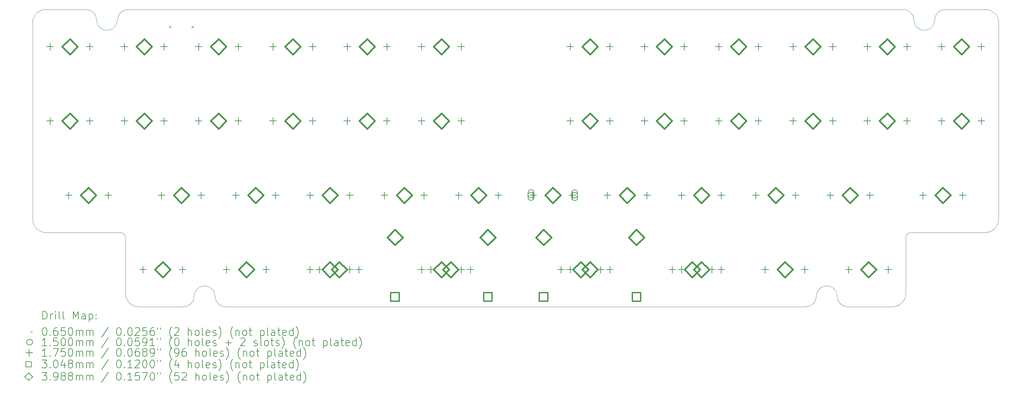
<source format=gbr>
%TF.GenerationSoftware,KiCad,Pcbnew,7.0.6*%
%TF.CreationDate,2023-08-26T01:37:15-04:00*%
%TF.ProjectId,Vault45_alpha,5661756c-7434-4355-9f61-6c7068612e6b,rev?*%
%TF.SameCoordinates,PX18faf56PY663131a*%
%TF.FileFunction,Drillmap*%
%TF.FilePolarity,Positive*%
%FSLAX45Y45*%
G04 Gerber Fmt 4.5, Leading zero omitted, Abs format (unit mm)*
G04 Created by KiCad (PCBNEW 7.0.6) date 2023-08-26 01:37:15*
%MOMM*%
%LPD*%
G01*
G04 APERTURE LIST*
%ADD10C,0.100000*%
%ADD11C,0.200000*%
%ADD12C,0.065000*%
%ADD13C,0.150000*%
%ADD14C,0.175000*%
%ADD15C,0.304800*%
%ADD16C,0.398780*%
G04 APERTURE END LIST*
D10*
X1905005Y7084210D02*
G75*
G03*
X2172896Y7352101I0J267891D01*
G01*
X24437644Y1904960D02*
X22532639Y1904960D01*
X20627625Y267864D02*
G75*
G03*
X20895521Y-27I267892J1D01*
G01*
X2440787Y7619992D02*
G75*
G03*
X2172896Y7352101I0J-267891D01*
G01*
X1369222Y7619992D02*
X327423Y7619992D01*
X20359739Y535755D02*
G75*
G03*
X20091848Y267864I-2J-267890D01*
G01*
X2Y2232383D02*
G75*
G03*
X327427Y1904960I327425J3D01*
G01*
X20895521Y-27D02*
X22056384Y-27D01*
X22532639Y1904962D02*
G75*
G03*
X22383810Y1756131I-2J-148827D01*
G01*
X2708679Y-27D02*
X3869541Y-27D01*
X3869541Y-30D02*
G75*
G03*
X4137432Y267864I-4J267895D01*
G01*
X4Y2232383D02*
X4Y7292551D01*
X2381260Y327378D02*
X2381260Y1756131D01*
X1637114Y7352101D02*
G75*
G03*
X1369222Y7619992I-267887J4D01*
G01*
X4673218Y267864D02*
G75*
G03*
X4405324Y535756I-267891J1D01*
G01*
X20627628Y267864D02*
G75*
G03*
X20359739Y535756I-267891J1D01*
G01*
X23395840Y7619993D02*
G75*
G03*
X23127949Y7352101I-3J-267888D01*
G01*
X2232432Y1904960D02*
X327427Y1904960D01*
X22056388Y-48D02*
G75*
G03*
X22383810Y327378I-1J327423D01*
G01*
X22592164Y7352101D02*
G75*
G03*
X22324275Y7619992I-267887J4D01*
G01*
X22324233Y7619997D02*
X2440779Y7619997D01*
X1637112Y7352101D02*
G75*
G03*
X1905005Y7084210I267895J4D01*
G01*
X24765066Y7292551D02*
G75*
G03*
X24437644Y7619974I-327419J4D01*
G01*
X24765066Y7292551D02*
X24765066Y2232383D01*
X4941106Y-27D02*
X19823956Y-27D01*
X2381252Y1756131D02*
G75*
G03*
X2232432Y1904960I-148825J4D01*
G01*
X22383810Y1756131D02*
X22383810Y327378D01*
X24437644Y1904966D02*
G75*
G03*
X24765066Y2232383I3J327419D01*
G01*
X22860058Y7084213D02*
G75*
G03*
X23127949Y7352101I-1J267892D01*
G01*
X23395840Y7619992D02*
X24437640Y7619992D01*
X19823956Y-25D02*
G75*
G03*
X20091848Y267864I1J267891D01*
G01*
X22592162Y7352101D02*
G75*
G03*
X22860058Y7084210I267895J4D01*
G01*
X2381267Y327378D02*
G75*
G03*
X2708683Y-45I327420J-3D01*
G01*
X327427Y7619974D02*
G75*
G03*
X4Y7292551I0J-327423D01*
G01*
X4673215Y267864D02*
G75*
G03*
X4941106Y-27I267892J1D01*
G01*
X4405324Y535760D02*
G75*
G03*
X4137432Y267864I3J-267895D01*
G01*
D11*
D12*
X3488503Y7206091D02*
X3553503Y7141091D01*
X3553503Y7206091D02*
X3488503Y7141091D01*
X4066503Y7206091D02*
X4131503Y7141091D01*
X4131503Y7206091D02*
X4066503Y7141091D01*
D13*
X12850000Y2863533D02*
G75*
G03*
X12850000Y2863533I-75000J0D01*
G01*
D11*
X12850000Y2798533D02*
X12850000Y2928533D01*
X12850000Y2928533D02*
G75*
G03*
X12700000Y2928533I-75000J0D01*
G01*
X12700000Y2928533D02*
X12700000Y2798533D01*
X12700000Y2798533D02*
G75*
G03*
X12850000Y2798533I75000J0D01*
G01*
D13*
X13970000Y2859803D02*
G75*
G03*
X13970000Y2859803I-75000J0D01*
G01*
D11*
X13970000Y2794803D02*
X13970000Y2924803D01*
X13970000Y2924803D02*
G75*
G03*
X13820000Y2924803I-75000J0D01*
G01*
X13820000Y2924803D02*
X13820000Y2794803D01*
X13820000Y2794803D02*
G75*
G03*
X13970000Y2794803I75000J0D01*
G01*
D14*
X444500Y6754973D02*
X444500Y6579973D01*
X357000Y6667473D02*
X532000Y6667473D01*
X444500Y4849973D02*
X444500Y4674973D01*
X357000Y4762473D02*
X532000Y4762473D01*
X920747Y2944993D02*
X920747Y2769993D01*
X833247Y2857493D02*
X1008247Y2857493D01*
X1460500Y6754973D02*
X1460500Y6579973D01*
X1373000Y6667473D02*
X1548000Y6667473D01*
X1460500Y4849973D02*
X1460500Y4674973D01*
X1373000Y4762473D02*
X1548000Y4762473D01*
X1936747Y2944993D02*
X1936747Y2769993D01*
X1849247Y2857493D02*
X2024247Y2857493D01*
X2349500Y6754973D02*
X2349500Y6579973D01*
X2262000Y6667473D02*
X2437000Y6667473D01*
X2349500Y4849973D02*
X2349500Y4674973D01*
X2262000Y4762473D02*
X2437000Y4762473D01*
X2825750Y1040000D02*
X2825750Y865000D01*
X2738250Y952500D02*
X2913250Y952500D01*
X3302000Y2944973D02*
X3302000Y2769973D01*
X3214500Y2857473D02*
X3389500Y2857473D01*
X3365500Y6754973D02*
X3365500Y6579973D01*
X3278000Y6667473D02*
X3453000Y6667473D01*
X3365500Y4849973D02*
X3365500Y4674973D01*
X3278000Y4762473D02*
X3453000Y4762473D01*
X3841750Y1040000D02*
X3841750Y865000D01*
X3754250Y952500D02*
X3929250Y952500D01*
X4254500Y6754973D02*
X4254500Y6579973D01*
X4167000Y6667473D02*
X4342000Y6667473D01*
X4254500Y4849973D02*
X4254500Y4674973D01*
X4167000Y4762473D02*
X4342000Y4762473D01*
X4318000Y2944973D02*
X4318000Y2769973D01*
X4230500Y2857473D02*
X4405500Y2857473D01*
X4968875Y1039973D02*
X4968875Y864973D01*
X4881375Y952473D02*
X5056375Y952473D01*
X5207000Y2944973D02*
X5207000Y2769973D01*
X5119500Y2857473D02*
X5294500Y2857473D01*
X5270500Y6754973D02*
X5270500Y6579973D01*
X5183000Y6667473D02*
X5358000Y6667473D01*
X5270500Y4849973D02*
X5270500Y4674973D01*
X5183000Y4762473D02*
X5358000Y4762473D01*
X5984875Y1039973D02*
X5984875Y864973D01*
X5897375Y952473D02*
X6072375Y952473D01*
X6159500Y6754973D02*
X6159500Y6579973D01*
X6072000Y6667473D02*
X6247000Y6667473D01*
X6159500Y4849973D02*
X6159500Y4674973D01*
X6072000Y4762473D02*
X6247000Y4762473D01*
X6223000Y2944973D02*
X6223000Y2769973D01*
X6135500Y2857473D02*
X6310500Y2857473D01*
X7112000Y2944973D02*
X7112000Y2769973D01*
X7024500Y2857473D02*
X7199500Y2857473D01*
X7112000Y1039973D02*
X7112000Y864973D01*
X7024500Y952473D02*
X7199500Y952473D01*
X7175500Y6754973D02*
X7175500Y6579973D01*
X7088000Y6667473D02*
X7263000Y6667473D01*
X7175500Y4849973D02*
X7175500Y4674973D01*
X7088000Y4762473D02*
X7263000Y4762473D01*
X7350125Y1040000D02*
X7350125Y865000D01*
X7262625Y952500D02*
X7437625Y952500D01*
X8064500Y6754973D02*
X8064500Y6579973D01*
X7977000Y6667473D02*
X8152000Y6667473D01*
X8064500Y4849973D02*
X8064500Y4674973D01*
X7977000Y4762473D02*
X8152000Y4762473D01*
X8128000Y2944973D02*
X8128000Y2769973D01*
X8040500Y2857473D02*
X8215500Y2857473D01*
X8128000Y1039973D02*
X8128000Y864973D01*
X8040500Y952473D02*
X8215500Y952473D01*
X8366125Y1040000D02*
X8366125Y865000D01*
X8278625Y952500D02*
X8453625Y952500D01*
X9017000Y2944973D02*
X9017000Y2769973D01*
X8929500Y2857473D02*
X9104500Y2857473D01*
X9080500Y6754973D02*
X9080500Y6579973D01*
X8993000Y6667473D02*
X9168000Y6667473D01*
X9080500Y4849973D02*
X9080500Y4674973D01*
X8993000Y4762473D02*
X9168000Y4762473D01*
X9969500Y6754973D02*
X9969500Y6579973D01*
X9882000Y6667473D02*
X10057000Y6667473D01*
X9969500Y4849973D02*
X9969500Y4674973D01*
X9882000Y4762473D02*
X10057000Y4762473D01*
X9969500Y1039973D02*
X9969500Y864973D01*
X9882000Y952473D02*
X10057000Y952473D01*
X10033000Y2944973D02*
X10033000Y2769973D01*
X9945500Y2857473D02*
X10120500Y2857473D01*
X10207625Y1040000D02*
X10207625Y865000D01*
X10120125Y952500D02*
X10295125Y952500D01*
X10922000Y2944973D02*
X10922000Y2769973D01*
X10834500Y2857473D02*
X11009500Y2857473D01*
X10985500Y6754973D02*
X10985500Y6579973D01*
X10898000Y6667473D02*
X11073000Y6667473D01*
X10985500Y4849973D02*
X10985500Y4674973D01*
X10898000Y4762473D02*
X11073000Y4762473D01*
X10985500Y1039973D02*
X10985500Y864973D01*
X10898000Y952473D02*
X11073000Y952473D01*
X11223625Y1040000D02*
X11223625Y865000D01*
X11136125Y952500D02*
X11311125Y952500D01*
X11938000Y2944973D02*
X11938000Y2769973D01*
X11850500Y2857473D02*
X12025500Y2857473D01*
X12827000Y2944973D02*
X12827000Y2769973D01*
X12739500Y2857473D02*
X12914500Y2857473D01*
X13541375Y1039973D02*
X13541375Y864973D01*
X13453875Y952473D02*
X13628875Y952473D01*
X13779500Y6754973D02*
X13779500Y6579973D01*
X13692000Y6667473D02*
X13867000Y6667473D01*
X13779500Y4849973D02*
X13779500Y4674973D01*
X13692000Y4762473D02*
X13867000Y4762473D01*
X13779500Y1040000D02*
X13779500Y865000D01*
X13692000Y952500D02*
X13867000Y952500D01*
X13843000Y2944973D02*
X13843000Y2769973D01*
X13755500Y2857473D02*
X13930500Y2857473D01*
X14557375Y1039973D02*
X14557375Y864973D01*
X14469875Y952473D02*
X14644875Y952473D01*
X14732000Y2944973D02*
X14732000Y2769973D01*
X14644500Y2857473D02*
X14819500Y2857473D01*
X14795500Y6754973D02*
X14795500Y6579973D01*
X14708000Y6667473D02*
X14883000Y6667473D01*
X14795500Y4849973D02*
X14795500Y4674973D01*
X14708000Y4762473D02*
X14883000Y4762473D01*
X14795500Y1040000D02*
X14795500Y865000D01*
X14708000Y952500D02*
X14883000Y952500D01*
X15684500Y6754973D02*
X15684500Y6579973D01*
X15597000Y6667473D02*
X15772000Y6667473D01*
X15684500Y4849973D02*
X15684500Y4674973D01*
X15597000Y4762473D02*
X15772000Y4762473D01*
X15748000Y2944973D02*
X15748000Y2769973D01*
X15660500Y2857473D02*
X15835500Y2857473D01*
X16398875Y1039992D02*
X16398875Y864992D01*
X16311375Y952492D02*
X16486375Y952492D01*
X16637000Y2944973D02*
X16637000Y2769973D01*
X16549500Y2857473D02*
X16724500Y2857473D01*
X16637017Y1039992D02*
X16637017Y864992D01*
X16549517Y952492D02*
X16724517Y952492D01*
X16700500Y6754973D02*
X16700500Y6579973D01*
X16613000Y6667473D02*
X16788000Y6667473D01*
X16700500Y4849973D02*
X16700500Y4674973D01*
X16613000Y4762473D02*
X16788000Y4762473D01*
X17414875Y1039992D02*
X17414875Y864992D01*
X17327375Y952492D02*
X17502375Y952492D01*
X17589500Y6754973D02*
X17589500Y6579973D01*
X17502000Y6667473D02*
X17677000Y6667473D01*
X17589500Y4849973D02*
X17589500Y4674973D01*
X17502000Y4762473D02*
X17677000Y4762473D01*
X17653000Y2944973D02*
X17653000Y2769973D01*
X17565500Y2857473D02*
X17740500Y2857473D01*
X17653017Y1039992D02*
X17653017Y864992D01*
X17565517Y952492D02*
X17740517Y952492D01*
X18542000Y2944973D02*
X18542000Y2769973D01*
X18454500Y2857473D02*
X18629500Y2857473D01*
X18605500Y6754973D02*
X18605500Y6579973D01*
X18518000Y6667473D02*
X18693000Y6667473D01*
X18605500Y4849973D02*
X18605500Y4674973D01*
X18518000Y4762473D02*
X18693000Y4762473D01*
X18780143Y1039992D02*
X18780143Y864992D01*
X18692643Y952492D02*
X18867643Y952492D01*
X19494500Y6754973D02*
X19494500Y6579973D01*
X19407000Y6667473D02*
X19582000Y6667473D01*
X19494500Y4849973D02*
X19494500Y4674973D01*
X19407000Y4762473D02*
X19582000Y4762473D01*
X19558000Y2944973D02*
X19558000Y2769973D01*
X19470500Y2857473D02*
X19645500Y2857473D01*
X19796143Y1039992D02*
X19796143Y864992D01*
X19708643Y952492D02*
X19883643Y952492D01*
X20447000Y2944973D02*
X20447000Y2769973D01*
X20359500Y2857473D02*
X20534500Y2857473D01*
X20510500Y6754973D02*
X20510500Y6579973D01*
X20423000Y6667473D02*
X20598000Y6667473D01*
X20510500Y4849973D02*
X20510500Y4674973D01*
X20423000Y4762473D02*
X20598000Y4762473D01*
X20923270Y1039992D02*
X20923270Y864992D01*
X20835770Y952492D02*
X21010770Y952492D01*
X21399500Y6754973D02*
X21399500Y6579973D01*
X21312000Y6667473D02*
X21487000Y6667473D01*
X21399500Y4849973D02*
X21399500Y4674973D01*
X21312000Y4762473D02*
X21487000Y4762473D01*
X21463000Y2944973D02*
X21463000Y2769973D01*
X21375500Y2857473D02*
X21550500Y2857473D01*
X21939270Y1039992D02*
X21939270Y864992D01*
X21851770Y952492D02*
X22026770Y952492D01*
X22415500Y6754973D02*
X22415500Y6579973D01*
X22328000Y6667473D02*
X22503000Y6667473D01*
X22415500Y4849973D02*
X22415500Y4674973D01*
X22328000Y4762473D02*
X22503000Y4762473D01*
X22828250Y2944973D02*
X22828250Y2769973D01*
X22740750Y2857473D02*
X22915750Y2857473D01*
X23304500Y6754973D02*
X23304500Y6579973D01*
X23217000Y6667473D02*
X23392000Y6667473D01*
X23304500Y4849973D02*
X23304500Y4674973D01*
X23217000Y4762473D02*
X23392000Y4762473D01*
X23844250Y2944973D02*
X23844250Y2769973D01*
X23756750Y2857473D02*
X23931750Y2857473D01*
X24320500Y6754973D02*
X24320500Y6579973D01*
X24233000Y6667473D02*
X24408000Y6667473D01*
X24320500Y4849973D02*
X24320500Y4674973D01*
X24233000Y4762473D02*
X24408000Y4762473D01*
D15*
X9394639Y146209D02*
X9394639Y361737D01*
X9179111Y361737D01*
X9179111Y146209D01*
X9394639Y146209D01*
X11775889Y146209D02*
X11775889Y361737D01*
X11560361Y361737D01*
X11560361Y146209D01*
X11775889Y146209D01*
X13204639Y146236D02*
X13204639Y361764D01*
X12989111Y361764D01*
X12989111Y146236D01*
X13204639Y146236D01*
X15585889Y146236D02*
X15585889Y361764D01*
X15370361Y361764D01*
X15370361Y146236D01*
X15585889Y146236D01*
D16*
X952500Y6468083D02*
X1151890Y6667473D01*
X952500Y6866863D01*
X753110Y6667473D01*
X952500Y6468083D01*
X952500Y4563083D02*
X1151890Y4762473D01*
X952500Y4961863D01*
X753110Y4762473D01*
X952500Y4563083D01*
X1428747Y2658103D02*
X1628137Y2857493D01*
X1428747Y3056883D01*
X1229357Y2857493D01*
X1428747Y2658103D01*
X2857500Y6468083D02*
X3056890Y6667473D01*
X2857500Y6866863D01*
X2658110Y6667473D01*
X2857500Y6468083D01*
X2857500Y4563083D02*
X3056890Y4762473D01*
X2857500Y4961863D01*
X2658110Y4762473D01*
X2857500Y4563083D01*
X3333750Y753110D02*
X3533140Y952500D01*
X3333750Y1151890D01*
X3134360Y952500D01*
X3333750Y753110D01*
X3810000Y2658083D02*
X4009390Y2857473D01*
X3810000Y3056863D01*
X3610610Y2857473D01*
X3810000Y2658083D01*
X4762500Y6468083D02*
X4961890Y6667473D01*
X4762500Y6866863D01*
X4563110Y6667473D01*
X4762500Y6468083D01*
X4762500Y4563083D02*
X4961890Y4762473D01*
X4762500Y4961863D01*
X4563110Y4762473D01*
X4762500Y4563083D01*
X5476875Y753083D02*
X5676265Y952473D01*
X5476875Y1151863D01*
X5277485Y952473D01*
X5476875Y753083D01*
X5715000Y2658083D02*
X5914390Y2857473D01*
X5715000Y3056863D01*
X5515610Y2857473D01*
X5715000Y2658083D01*
X6667500Y6468083D02*
X6866890Y6667473D01*
X6667500Y6866863D01*
X6468110Y6667473D01*
X6667500Y6468083D01*
X6667500Y4563083D02*
X6866890Y4762473D01*
X6667500Y4961863D01*
X6468110Y4762473D01*
X6667500Y4563083D01*
X7620000Y2658083D02*
X7819390Y2857473D01*
X7620000Y3056863D01*
X7420610Y2857473D01*
X7620000Y2658083D01*
X7620000Y753083D02*
X7819390Y952473D01*
X7620000Y1151863D01*
X7420610Y952473D01*
X7620000Y753083D01*
X7858125Y753110D02*
X8057515Y952500D01*
X7858125Y1151890D01*
X7658735Y952500D01*
X7858125Y753110D01*
X8572500Y6468083D02*
X8771890Y6667473D01*
X8572500Y6866863D01*
X8373110Y6667473D01*
X8572500Y6468083D01*
X8572500Y4563083D02*
X8771890Y4762473D01*
X8572500Y4961863D01*
X8373110Y4762473D01*
X8572500Y4563083D01*
X9286875Y1578583D02*
X9486265Y1777973D01*
X9286875Y1977363D01*
X9087485Y1777973D01*
X9286875Y1578583D01*
X9525000Y2658083D02*
X9724390Y2857473D01*
X9525000Y3056863D01*
X9325610Y2857473D01*
X9525000Y2658083D01*
X10477500Y6468083D02*
X10676890Y6667473D01*
X10477500Y6866863D01*
X10278110Y6667473D01*
X10477500Y6468083D01*
X10477500Y4563083D02*
X10676890Y4762473D01*
X10477500Y4961863D01*
X10278110Y4762473D01*
X10477500Y4563083D01*
X10477500Y753083D02*
X10676890Y952473D01*
X10477500Y1151863D01*
X10278110Y952473D01*
X10477500Y753083D01*
X10715625Y753110D02*
X10915015Y952500D01*
X10715625Y1151890D01*
X10516235Y952500D01*
X10715625Y753110D01*
X11430000Y2658083D02*
X11629390Y2857473D01*
X11430000Y3056863D01*
X11230610Y2857473D01*
X11430000Y2658083D01*
X11668125Y1578583D02*
X11867515Y1777973D01*
X11668125Y1977363D01*
X11468735Y1777973D01*
X11668125Y1578583D01*
X13096875Y1578610D02*
X13296265Y1778000D01*
X13096875Y1977390D01*
X12897485Y1778000D01*
X13096875Y1578610D01*
X13335000Y2658083D02*
X13534390Y2857473D01*
X13335000Y3056863D01*
X13135610Y2857473D01*
X13335000Y2658083D01*
X14049375Y753083D02*
X14248765Y952473D01*
X14049375Y1151863D01*
X13849985Y952473D01*
X14049375Y753083D01*
X14287500Y6468083D02*
X14486890Y6667473D01*
X14287500Y6866863D01*
X14088110Y6667473D01*
X14287500Y6468083D01*
X14287500Y4563083D02*
X14486890Y4762473D01*
X14287500Y4961863D01*
X14088110Y4762473D01*
X14287500Y4563083D01*
X14287500Y753110D02*
X14486890Y952500D01*
X14287500Y1151890D01*
X14088110Y952500D01*
X14287500Y753110D01*
X15240000Y2658083D02*
X15439390Y2857473D01*
X15240000Y3056863D01*
X15040610Y2857473D01*
X15240000Y2658083D01*
X15478125Y1578610D02*
X15677515Y1778000D01*
X15478125Y1977390D01*
X15278735Y1778000D01*
X15478125Y1578610D01*
X16192500Y6468083D02*
X16391890Y6667473D01*
X16192500Y6866863D01*
X15993110Y6667473D01*
X16192500Y6468083D01*
X16192500Y4563083D02*
X16391890Y4762473D01*
X16192500Y4961863D01*
X15993110Y4762473D01*
X16192500Y4563083D01*
X16906875Y753102D02*
X17106265Y952492D01*
X16906875Y1151882D01*
X16707485Y952492D01*
X16906875Y753102D01*
X17145000Y2658083D02*
X17344390Y2857473D01*
X17145000Y3056863D01*
X16945610Y2857473D01*
X17145000Y2658083D01*
X17145017Y753102D02*
X17344407Y952492D01*
X17145017Y1151882D01*
X16945627Y952492D01*
X17145017Y753102D01*
X18097500Y6468083D02*
X18296890Y6667473D01*
X18097500Y6866863D01*
X17898110Y6667473D01*
X18097500Y6468083D01*
X18097500Y4563083D02*
X18296890Y4762473D01*
X18097500Y4961863D01*
X17898110Y4762473D01*
X18097500Y4563083D01*
X19050000Y2658083D02*
X19249390Y2857473D01*
X19050000Y3056863D01*
X18850610Y2857473D01*
X19050000Y2658083D01*
X19288143Y753102D02*
X19487533Y952492D01*
X19288143Y1151882D01*
X19088753Y952492D01*
X19288143Y753102D01*
X20002500Y6468083D02*
X20201890Y6667473D01*
X20002500Y6866863D01*
X19803110Y6667473D01*
X20002500Y6468083D01*
X20002500Y4563083D02*
X20201890Y4762473D01*
X20002500Y4961863D01*
X19803110Y4762473D01*
X20002500Y4563083D01*
X20955000Y2658083D02*
X21154390Y2857473D01*
X20955000Y3056863D01*
X20755610Y2857473D01*
X20955000Y2658083D01*
X21431270Y753102D02*
X21630660Y952492D01*
X21431270Y1151882D01*
X21231880Y952492D01*
X21431270Y753102D01*
X21907500Y6468083D02*
X22106890Y6667473D01*
X21907500Y6866863D01*
X21708110Y6667473D01*
X21907500Y6468083D01*
X21907500Y4563083D02*
X22106890Y4762473D01*
X21907500Y4961863D01*
X21708110Y4762473D01*
X21907500Y4563083D01*
X23336250Y2658083D02*
X23535640Y2857473D01*
X23336250Y3056863D01*
X23136860Y2857473D01*
X23336250Y2658083D01*
X23812500Y6468083D02*
X24011890Y6667473D01*
X23812500Y6866863D01*
X23613110Y6667473D01*
X23812500Y6468083D01*
X23812500Y4563083D02*
X24011890Y4762473D01*
X23812500Y4961863D01*
X23613110Y4762473D01*
X23812500Y4563083D01*
D11*
X255781Y-316529D02*
X255781Y-116529D01*
X255781Y-116529D02*
X303400Y-116529D01*
X303400Y-116529D02*
X331971Y-126053D01*
X331971Y-126053D02*
X351019Y-145100D01*
X351019Y-145100D02*
X360543Y-164148D01*
X360543Y-164148D02*
X370066Y-202243D01*
X370066Y-202243D02*
X370066Y-230814D01*
X370066Y-230814D02*
X360543Y-268910D01*
X360543Y-268910D02*
X351019Y-287957D01*
X351019Y-287957D02*
X331971Y-307005D01*
X331971Y-307005D02*
X303400Y-316529D01*
X303400Y-316529D02*
X255781Y-316529D01*
X455781Y-316529D02*
X455781Y-183195D01*
X455781Y-221291D02*
X465305Y-202243D01*
X465305Y-202243D02*
X474828Y-192719D01*
X474828Y-192719D02*
X493876Y-183195D01*
X493876Y-183195D02*
X512924Y-183195D01*
X579590Y-316529D02*
X579590Y-183195D01*
X579590Y-116529D02*
X570067Y-126053D01*
X570067Y-126053D02*
X579590Y-135576D01*
X579590Y-135576D02*
X589114Y-126053D01*
X589114Y-126053D02*
X579590Y-116529D01*
X579590Y-116529D02*
X579590Y-135576D01*
X703400Y-316529D02*
X684352Y-307005D01*
X684352Y-307005D02*
X674828Y-287957D01*
X674828Y-287957D02*
X674828Y-116529D01*
X808162Y-316529D02*
X789114Y-307005D01*
X789114Y-307005D02*
X779590Y-287957D01*
X779590Y-287957D02*
X779590Y-116529D01*
X1036733Y-316529D02*
X1036733Y-116529D01*
X1036733Y-116529D02*
X1103400Y-259386D01*
X1103400Y-259386D02*
X1170067Y-116529D01*
X1170067Y-116529D02*
X1170067Y-316529D01*
X1351019Y-316529D02*
X1351019Y-211767D01*
X1351019Y-211767D02*
X1341495Y-192719D01*
X1341495Y-192719D02*
X1322448Y-183195D01*
X1322448Y-183195D02*
X1284352Y-183195D01*
X1284352Y-183195D02*
X1265305Y-192719D01*
X1351019Y-307005D02*
X1331971Y-316529D01*
X1331971Y-316529D02*
X1284352Y-316529D01*
X1284352Y-316529D02*
X1265305Y-307005D01*
X1265305Y-307005D02*
X1255781Y-287957D01*
X1255781Y-287957D02*
X1255781Y-268910D01*
X1255781Y-268910D02*
X1265305Y-249862D01*
X1265305Y-249862D02*
X1284352Y-240338D01*
X1284352Y-240338D02*
X1331971Y-240338D01*
X1331971Y-240338D02*
X1351019Y-230814D01*
X1446257Y-183195D02*
X1446257Y-383195D01*
X1446257Y-192719D02*
X1465305Y-183195D01*
X1465305Y-183195D02*
X1503400Y-183195D01*
X1503400Y-183195D02*
X1522447Y-192719D01*
X1522447Y-192719D02*
X1531971Y-202243D01*
X1531971Y-202243D02*
X1541495Y-221291D01*
X1541495Y-221291D02*
X1541495Y-278434D01*
X1541495Y-278434D02*
X1531971Y-297481D01*
X1531971Y-297481D02*
X1522447Y-307005D01*
X1522447Y-307005D02*
X1503400Y-316529D01*
X1503400Y-316529D02*
X1465305Y-316529D01*
X1465305Y-316529D02*
X1446257Y-307005D01*
X1627209Y-297481D02*
X1636733Y-307005D01*
X1636733Y-307005D02*
X1627209Y-316529D01*
X1627209Y-316529D02*
X1617686Y-307005D01*
X1617686Y-307005D02*
X1627209Y-297481D01*
X1627209Y-297481D02*
X1627209Y-316529D01*
X1627209Y-192719D02*
X1636733Y-202243D01*
X1636733Y-202243D02*
X1627209Y-211767D01*
X1627209Y-211767D02*
X1617686Y-202243D01*
X1617686Y-202243D02*
X1627209Y-192719D01*
X1627209Y-192719D02*
X1627209Y-211767D01*
D12*
X-69996Y-612545D02*
X-4996Y-677545D01*
X-4996Y-612545D02*
X-69996Y-677545D01*
D11*
X293876Y-536529D02*
X312924Y-536529D01*
X312924Y-536529D02*
X331971Y-546053D01*
X331971Y-546053D02*
X341495Y-555576D01*
X341495Y-555576D02*
X351019Y-574624D01*
X351019Y-574624D02*
X360543Y-612719D01*
X360543Y-612719D02*
X360543Y-660338D01*
X360543Y-660338D02*
X351019Y-698434D01*
X351019Y-698434D02*
X341495Y-717481D01*
X341495Y-717481D02*
X331971Y-727005D01*
X331971Y-727005D02*
X312924Y-736529D01*
X312924Y-736529D02*
X293876Y-736529D01*
X293876Y-736529D02*
X274828Y-727005D01*
X274828Y-727005D02*
X265305Y-717481D01*
X265305Y-717481D02*
X255781Y-698434D01*
X255781Y-698434D02*
X246257Y-660338D01*
X246257Y-660338D02*
X246257Y-612719D01*
X246257Y-612719D02*
X255781Y-574624D01*
X255781Y-574624D02*
X265305Y-555576D01*
X265305Y-555576D02*
X274828Y-546053D01*
X274828Y-546053D02*
X293876Y-536529D01*
X446257Y-717481D02*
X455781Y-727005D01*
X455781Y-727005D02*
X446257Y-736529D01*
X446257Y-736529D02*
X436733Y-727005D01*
X436733Y-727005D02*
X446257Y-717481D01*
X446257Y-717481D02*
X446257Y-736529D01*
X627209Y-536529D02*
X589114Y-536529D01*
X589114Y-536529D02*
X570067Y-546053D01*
X570067Y-546053D02*
X560543Y-555576D01*
X560543Y-555576D02*
X541495Y-584148D01*
X541495Y-584148D02*
X531971Y-622243D01*
X531971Y-622243D02*
X531971Y-698434D01*
X531971Y-698434D02*
X541495Y-717481D01*
X541495Y-717481D02*
X551019Y-727005D01*
X551019Y-727005D02*
X570067Y-736529D01*
X570067Y-736529D02*
X608162Y-736529D01*
X608162Y-736529D02*
X627209Y-727005D01*
X627209Y-727005D02*
X636733Y-717481D01*
X636733Y-717481D02*
X646257Y-698434D01*
X646257Y-698434D02*
X646257Y-650815D01*
X646257Y-650815D02*
X636733Y-631767D01*
X636733Y-631767D02*
X627209Y-622243D01*
X627209Y-622243D02*
X608162Y-612719D01*
X608162Y-612719D02*
X570067Y-612719D01*
X570067Y-612719D02*
X551019Y-622243D01*
X551019Y-622243D02*
X541495Y-631767D01*
X541495Y-631767D02*
X531971Y-650815D01*
X827209Y-536529D02*
X731971Y-536529D01*
X731971Y-536529D02*
X722447Y-631767D01*
X722447Y-631767D02*
X731971Y-622243D01*
X731971Y-622243D02*
X751019Y-612719D01*
X751019Y-612719D02*
X798638Y-612719D01*
X798638Y-612719D02*
X817686Y-622243D01*
X817686Y-622243D02*
X827209Y-631767D01*
X827209Y-631767D02*
X836733Y-650815D01*
X836733Y-650815D02*
X836733Y-698434D01*
X836733Y-698434D02*
X827209Y-717481D01*
X827209Y-717481D02*
X817686Y-727005D01*
X817686Y-727005D02*
X798638Y-736529D01*
X798638Y-736529D02*
X751019Y-736529D01*
X751019Y-736529D02*
X731971Y-727005D01*
X731971Y-727005D02*
X722447Y-717481D01*
X960543Y-536529D02*
X979590Y-536529D01*
X979590Y-536529D02*
X998638Y-546053D01*
X998638Y-546053D02*
X1008162Y-555576D01*
X1008162Y-555576D02*
X1017686Y-574624D01*
X1017686Y-574624D02*
X1027209Y-612719D01*
X1027209Y-612719D02*
X1027209Y-660338D01*
X1027209Y-660338D02*
X1017686Y-698434D01*
X1017686Y-698434D02*
X1008162Y-717481D01*
X1008162Y-717481D02*
X998638Y-727005D01*
X998638Y-727005D02*
X979590Y-736529D01*
X979590Y-736529D02*
X960543Y-736529D01*
X960543Y-736529D02*
X941495Y-727005D01*
X941495Y-727005D02*
X931971Y-717481D01*
X931971Y-717481D02*
X922447Y-698434D01*
X922447Y-698434D02*
X912924Y-660338D01*
X912924Y-660338D02*
X912924Y-612719D01*
X912924Y-612719D02*
X922447Y-574624D01*
X922447Y-574624D02*
X931971Y-555576D01*
X931971Y-555576D02*
X941495Y-546053D01*
X941495Y-546053D02*
X960543Y-536529D01*
X1112924Y-736529D02*
X1112924Y-603195D01*
X1112924Y-622243D02*
X1122448Y-612719D01*
X1122448Y-612719D02*
X1141495Y-603195D01*
X1141495Y-603195D02*
X1170067Y-603195D01*
X1170067Y-603195D02*
X1189114Y-612719D01*
X1189114Y-612719D02*
X1198638Y-631767D01*
X1198638Y-631767D02*
X1198638Y-736529D01*
X1198638Y-631767D02*
X1208162Y-612719D01*
X1208162Y-612719D02*
X1227209Y-603195D01*
X1227209Y-603195D02*
X1255781Y-603195D01*
X1255781Y-603195D02*
X1274829Y-612719D01*
X1274829Y-612719D02*
X1284352Y-631767D01*
X1284352Y-631767D02*
X1284352Y-736529D01*
X1379590Y-736529D02*
X1379590Y-603195D01*
X1379590Y-622243D02*
X1389114Y-612719D01*
X1389114Y-612719D02*
X1408162Y-603195D01*
X1408162Y-603195D02*
X1436733Y-603195D01*
X1436733Y-603195D02*
X1455781Y-612719D01*
X1455781Y-612719D02*
X1465305Y-631767D01*
X1465305Y-631767D02*
X1465305Y-736529D01*
X1465305Y-631767D02*
X1474828Y-612719D01*
X1474828Y-612719D02*
X1493876Y-603195D01*
X1493876Y-603195D02*
X1522447Y-603195D01*
X1522447Y-603195D02*
X1541495Y-612719D01*
X1541495Y-612719D02*
X1551019Y-631767D01*
X1551019Y-631767D02*
X1551019Y-736529D01*
X1941495Y-527005D02*
X1770067Y-784148D01*
X2198638Y-536529D02*
X2217686Y-536529D01*
X2217686Y-536529D02*
X2236733Y-546053D01*
X2236733Y-546053D02*
X2246257Y-555576D01*
X2246257Y-555576D02*
X2255781Y-574624D01*
X2255781Y-574624D02*
X2265305Y-612719D01*
X2265305Y-612719D02*
X2265305Y-660338D01*
X2265305Y-660338D02*
X2255781Y-698434D01*
X2255781Y-698434D02*
X2246257Y-717481D01*
X2246257Y-717481D02*
X2236733Y-727005D01*
X2236733Y-727005D02*
X2217686Y-736529D01*
X2217686Y-736529D02*
X2198638Y-736529D01*
X2198638Y-736529D02*
X2179591Y-727005D01*
X2179591Y-727005D02*
X2170067Y-717481D01*
X2170067Y-717481D02*
X2160543Y-698434D01*
X2160543Y-698434D02*
X2151019Y-660338D01*
X2151019Y-660338D02*
X2151019Y-612719D01*
X2151019Y-612719D02*
X2160543Y-574624D01*
X2160543Y-574624D02*
X2170067Y-555576D01*
X2170067Y-555576D02*
X2179591Y-546053D01*
X2179591Y-546053D02*
X2198638Y-536529D01*
X2351019Y-717481D02*
X2360543Y-727005D01*
X2360543Y-727005D02*
X2351019Y-736529D01*
X2351019Y-736529D02*
X2341495Y-727005D01*
X2341495Y-727005D02*
X2351019Y-717481D01*
X2351019Y-717481D02*
X2351019Y-736529D01*
X2484352Y-536529D02*
X2503400Y-536529D01*
X2503400Y-536529D02*
X2522448Y-546053D01*
X2522448Y-546053D02*
X2531972Y-555576D01*
X2531972Y-555576D02*
X2541495Y-574624D01*
X2541495Y-574624D02*
X2551019Y-612719D01*
X2551019Y-612719D02*
X2551019Y-660338D01*
X2551019Y-660338D02*
X2541495Y-698434D01*
X2541495Y-698434D02*
X2531972Y-717481D01*
X2531972Y-717481D02*
X2522448Y-727005D01*
X2522448Y-727005D02*
X2503400Y-736529D01*
X2503400Y-736529D02*
X2484352Y-736529D01*
X2484352Y-736529D02*
X2465305Y-727005D01*
X2465305Y-727005D02*
X2455781Y-717481D01*
X2455781Y-717481D02*
X2446257Y-698434D01*
X2446257Y-698434D02*
X2436733Y-660338D01*
X2436733Y-660338D02*
X2436733Y-612719D01*
X2436733Y-612719D02*
X2446257Y-574624D01*
X2446257Y-574624D02*
X2455781Y-555576D01*
X2455781Y-555576D02*
X2465305Y-546053D01*
X2465305Y-546053D02*
X2484352Y-536529D01*
X2627210Y-555576D02*
X2636733Y-546053D01*
X2636733Y-546053D02*
X2655781Y-536529D01*
X2655781Y-536529D02*
X2703400Y-536529D01*
X2703400Y-536529D02*
X2722448Y-546053D01*
X2722448Y-546053D02*
X2731972Y-555576D01*
X2731972Y-555576D02*
X2741495Y-574624D01*
X2741495Y-574624D02*
X2741495Y-593672D01*
X2741495Y-593672D02*
X2731972Y-622243D01*
X2731972Y-622243D02*
X2617686Y-736529D01*
X2617686Y-736529D02*
X2741495Y-736529D01*
X2922448Y-536529D02*
X2827210Y-536529D01*
X2827210Y-536529D02*
X2817686Y-631767D01*
X2817686Y-631767D02*
X2827210Y-622243D01*
X2827210Y-622243D02*
X2846257Y-612719D01*
X2846257Y-612719D02*
X2893876Y-612719D01*
X2893876Y-612719D02*
X2912924Y-622243D01*
X2912924Y-622243D02*
X2922448Y-631767D01*
X2922448Y-631767D02*
X2931971Y-650815D01*
X2931971Y-650815D02*
X2931971Y-698434D01*
X2931971Y-698434D02*
X2922448Y-717481D01*
X2922448Y-717481D02*
X2912924Y-727005D01*
X2912924Y-727005D02*
X2893876Y-736529D01*
X2893876Y-736529D02*
X2846257Y-736529D01*
X2846257Y-736529D02*
X2827210Y-727005D01*
X2827210Y-727005D02*
X2817686Y-717481D01*
X3103400Y-536529D02*
X3065305Y-536529D01*
X3065305Y-536529D02*
X3046257Y-546053D01*
X3046257Y-546053D02*
X3036733Y-555576D01*
X3036733Y-555576D02*
X3017686Y-584148D01*
X3017686Y-584148D02*
X3008162Y-622243D01*
X3008162Y-622243D02*
X3008162Y-698434D01*
X3008162Y-698434D02*
X3017686Y-717481D01*
X3017686Y-717481D02*
X3027210Y-727005D01*
X3027210Y-727005D02*
X3046257Y-736529D01*
X3046257Y-736529D02*
X3084352Y-736529D01*
X3084352Y-736529D02*
X3103400Y-727005D01*
X3103400Y-727005D02*
X3112924Y-717481D01*
X3112924Y-717481D02*
X3122448Y-698434D01*
X3122448Y-698434D02*
X3122448Y-650815D01*
X3122448Y-650815D02*
X3112924Y-631767D01*
X3112924Y-631767D02*
X3103400Y-622243D01*
X3103400Y-622243D02*
X3084352Y-612719D01*
X3084352Y-612719D02*
X3046257Y-612719D01*
X3046257Y-612719D02*
X3027210Y-622243D01*
X3027210Y-622243D02*
X3017686Y-631767D01*
X3017686Y-631767D02*
X3008162Y-650815D01*
X3198638Y-536529D02*
X3198638Y-574624D01*
X3274829Y-536529D02*
X3274829Y-574624D01*
X3570067Y-812719D02*
X3560543Y-803195D01*
X3560543Y-803195D02*
X3541495Y-774624D01*
X3541495Y-774624D02*
X3531972Y-755576D01*
X3531972Y-755576D02*
X3522448Y-727005D01*
X3522448Y-727005D02*
X3512924Y-679386D01*
X3512924Y-679386D02*
X3512924Y-641291D01*
X3512924Y-641291D02*
X3522448Y-593672D01*
X3522448Y-593672D02*
X3531972Y-565100D01*
X3531972Y-565100D02*
X3541495Y-546053D01*
X3541495Y-546053D02*
X3560543Y-517481D01*
X3560543Y-517481D02*
X3570067Y-507957D01*
X3636733Y-555576D02*
X3646257Y-546053D01*
X3646257Y-546053D02*
X3665305Y-536529D01*
X3665305Y-536529D02*
X3712924Y-536529D01*
X3712924Y-536529D02*
X3731972Y-546053D01*
X3731972Y-546053D02*
X3741495Y-555576D01*
X3741495Y-555576D02*
X3751019Y-574624D01*
X3751019Y-574624D02*
X3751019Y-593672D01*
X3751019Y-593672D02*
X3741495Y-622243D01*
X3741495Y-622243D02*
X3627210Y-736529D01*
X3627210Y-736529D02*
X3751019Y-736529D01*
X3989114Y-736529D02*
X3989114Y-536529D01*
X4074829Y-736529D02*
X4074829Y-631767D01*
X4074829Y-631767D02*
X4065305Y-612719D01*
X4065305Y-612719D02*
X4046257Y-603195D01*
X4046257Y-603195D02*
X4017686Y-603195D01*
X4017686Y-603195D02*
X3998638Y-612719D01*
X3998638Y-612719D02*
X3989114Y-622243D01*
X4198638Y-736529D02*
X4179591Y-727005D01*
X4179591Y-727005D02*
X4170067Y-717481D01*
X4170067Y-717481D02*
X4160543Y-698434D01*
X4160543Y-698434D02*
X4160543Y-641291D01*
X4160543Y-641291D02*
X4170067Y-622243D01*
X4170067Y-622243D02*
X4179591Y-612719D01*
X4179591Y-612719D02*
X4198638Y-603195D01*
X4198638Y-603195D02*
X4227210Y-603195D01*
X4227210Y-603195D02*
X4246257Y-612719D01*
X4246257Y-612719D02*
X4255781Y-622243D01*
X4255781Y-622243D02*
X4265305Y-641291D01*
X4265305Y-641291D02*
X4265305Y-698434D01*
X4265305Y-698434D02*
X4255781Y-717481D01*
X4255781Y-717481D02*
X4246257Y-727005D01*
X4246257Y-727005D02*
X4227210Y-736529D01*
X4227210Y-736529D02*
X4198638Y-736529D01*
X4379591Y-736529D02*
X4360543Y-727005D01*
X4360543Y-727005D02*
X4351019Y-707957D01*
X4351019Y-707957D02*
X4351019Y-536529D01*
X4531972Y-727005D02*
X4512924Y-736529D01*
X4512924Y-736529D02*
X4474829Y-736529D01*
X4474829Y-736529D02*
X4455781Y-727005D01*
X4455781Y-727005D02*
X4446257Y-707957D01*
X4446257Y-707957D02*
X4446257Y-631767D01*
X4446257Y-631767D02*
X4455781Y-612719D01*
X4455781Y-612719D02*
X4474829Y-603195D01*
X4474829Y-603195D02*
X4512924Y-603195D01*
X4512924Y-603195D02*
X4531972Y-612719D01*
X4531972Y-612719D02*
X4541496Y-631767D01*
X4541496Y-631767D02*
X4541496Y-650815D01*
X4541496Y-650815D02*
X4446257Y-669862D01*
X4617686Y-727005D02*
X4636734Y-736529D01*
X4636734Y-736529D02*
X4674829Y-736529D01*
X4674829Y-736529D02*
X4693877Y-727005D01*
X4693877Y-727005D02*
X4703400Y-707957D01*
X4703400Y-707957D02*
X4703400Y-698434D01*
X4703400Y-698434D02*
X4693877Y-679386D01*
X4693877Y-679386D02*
X4674829Y-669862D01*
X4674829Y-669862D02*
X4646257Y-669862D01*
X4646257Y-669862D02*
X4627210Y-660338D01*
X4627210Y-660338D02*
X4617686Y-641291D01*
X4617686Y-641291D02*
X4617686Y-631767D01*
X4617686Y-631767D02*
X4627210Y-612719D01*
X4627210Y-612719D02*
X4646257Y-603195D01*
X4646257Y-603195D02*
X4674829Y-603195D01*
X4674829Y-603195D02*
X4693877Y-612719D01*
X4770067Y-812719D02*
X4779591Y-803195D01*
X4779591Y-803195D02*
X4798638Y-774624D01*
X4798638Y-774624D02*
X4808162Y-755576D01*
X4808162Y-755576D02*
X4817686Y-727005D01*
X4817686Y-727005D02*
X4827210Y-679386D01*
X4827210Y-679386D02*
X4827210Y-641291D01*
X4827210Y-641291D02*
X4817686Y-593672D01*
X4817686Y-593672D02*
X4808162Y-565100D01*
X4808162Y-565100D02*
X4798638Y-546053D01*
X4798638Y-546053D02*
X4779591Y-517481D01*
X4779591Y-517481D02*
X4770067Y-507957D01*
X5131972Y-812719D02*
X5122448Y-803195D01*
X5122448Y-803195D02*
X5103400Y-774624D01*
X5103400Y-774624D02*
X5093877Y-755576D01*
X5093877Y-755576D02*
X5084353Y-727005D01*
X5084353Y-727005D02*
X5074829Y-679386D01*
X5074829Y-679386D02*
X5074829Y-641291D01*
X5074829Y-641291D02*
X5084353Y-593672D01*
X5084353Y-593672D02*
X5093877Y-565100D01*
X5093877Y-565100D02*
X5103400Y-546053D01*
X5103400Y-546053D02*
X5122448Y-517481D01*
X5122448Y-517481D02*
X5131972Y-507957D01*
X5208162Y-603195D02*
X5208162Y-736529D01*
X5208162Y-622243D02*
X5217686Y-612719D01*
X5217686Y-612719D02*
X5236734Y-603195D01*
X5236734Y-603195D02*
X5265305Y-603195D01*
X5265305Y-603195D02*
X5284353Y-612719D01*
X5284353Y-612719D02*
X5293877Y-631767D01*
X5293877Y-631767D02*
X5293877Y-736529D01*
X5417686Y-736529D02*
X5398638Y-727005D01*
X5398638Y-727005D02*
X5389115Y-717481D01*
X5389115Y-717481D02*
X5379591Y-698434D01*
X5379591Y-698434D02*
X5379591Y-641291D01*
X5379591Y-641291D02*
X5389115Y-622243D01*
X5389115Y-622243D02*
X5398638Y-612719D01*
X5398638Y-612719D02*
X5417686Y-603195D01*
X5417686Y-603195D02*
X5446258Y-603195D01*
X5446258Y-603195D02*
X5465305Y-612719D01*
X5465305Y-612719D02*
X5474829Y-622243D01*
X5474829Y-622243D02*
X5484353Y-641291D01*
X5484353Y-641291D02*
X5484353Y-698434D01*
X5484353Y-698434D02*
X5474829Y-717481D01*
X5474829Y-717481D02*
X5465305Y-727005D01*
X5465305Y-727005D02*
X5446258Y-736529D01*
X5446258Y-736529D02*
X5417686Y-736529D01*
X5541496Y-603195D02*
X5617686Y-603195D01*
X5570067Y-536529D02*
X5570067Y-707957D01*
X5570067Y-707957D02*
X5579591Y-727005D01*
X5579591Y-727005D02*
X5598638Y-736529D01*
X5598638Y-736529D02*
X5617686Y-736529D01*
X5836734Y-603195D02*
X5836734Y-803195D01*
X5836734Y-612719D02*
X5855781Y-603195D01*
X5855781Y-603195D02*
X5893877Y-603195D01*
X5893877Y-603195D02*
X5912924Y-612719D01*
X5912924Y-612719D02*
X5922448Y-622243D01*
X5922448Y-622243D02*
X5931972Y-641291D01*
X5931972Y-641291D02*
X5931972Y-698434D01*
X5931972Y-698434D02*
X5922448Y-717481D01*
X5922448Y-717481D02*
X5912924Y-727005D01*
X5912924Y-727005D02*
X5893877Y-736529D01*
X5893877Y-736529D02*
X5855781Y-736529D01*
X5855781Y-736529D02*
X5836734Y-727005D01*
X6046257Y-736529D02*
X6027210Y-727005D01*
X6027210Y-727005D02*
X6017686Y-707957D01*
X6017686Y-707957D02*
X6017686Y-536529D01*
X6208162Y-736529D02*
X6208162Y-631767D01*
X6208162Y-631767D02*
X6198638Y-612719D01*
X6198638Y-612719D02*
X6179591Y-603195D01*
X6179591Y-603195D02*
X6141496Y-603195D01*
X6141496Y-603195D02*
X6122448Y-612719D01*
X6208162Y-727005D02*
X6189115Y-736529D01*
X6189115Y-736529D02*
X6141496Y-736529D01*
X6141496Y-736529D02*
X6122448Y-727005D01*
X6122448Y-727005D02*
X6112924Y-707957D01*
X6112924Y-707957D02*
X6112924Y-688910D01*
X6112924Y-688910D02*
X6122448Y-669862D01*
X6122448Y-669862D02*
X6141496Y-660338D01*
X6141496Y-660338D02*
X6189115Y-660338D01*
X6189115Y-660338D02*
X6208162Y-650815D01*
X6274829Y-603195D02*
X6351019Y-603195D01*
X6303400Y-536529D02*
X6303400Y-707957D01*
X6303400Y-707957D02*
X6312924Y-727005D01*
X6312924Y-727005D02*
X6331972Y-736529D01*
X6331972Y-736529D02*
X6351019Y-736529D01*
X6493877Y-727005D02*
X6474829Y-736529D01*
X6474829Y-736529D02*
X6436734Y-736529D01*
X6436734Y-736529D02*
X6417686Y-727005D01*
X6417686Y-727005D02*
X6408162Y-707957D01*
X6408162Y-707957D02*
X6408162Y-631767D01*
X6408162Y-631767D02*
X6417686Y-612719D01*
X6417686Y-612719D02*
X6436734Y-603195D01*
X6436734Y-603195D02*
X6474829Y-603195D01*
X6474829Y-603195D02*
X6493877Y-612719D01*
X6493877Y-612719D02*
X6503400Y-631767D01*
X6503400Y-631767D02*
X6503400Y-650815D01*
X6503400Y-650815D02*
X6408162Y-669862D01*
X6674829Y-736529D02*
X6674829Y-536529D01*
X6674829Y-727005D02*
X6655781Y-736529D01*
X6655781Y-736529D02*
X6617686Y-736529D01*
X6617686Y-736529D02*
X6598638Y-727005D01*
X6598638Y-727005D02*
X6589115Y-717481D01*
X6589115Y-717481D02*
X6579591Y-698434D01*
X6579591Y-698434D02*
X6579591Y-641291D01*
X6579591Y-641291D02*
X6589115Y-622243D01*
X6589115Y-622243D02*
X6598638Y-612719D01*
X6598638Y-612719D02*
X6617686Y-603195D01*
X6617686Y-603195D02*
X6655781Y-603195D01*
X6655781Y-603195D02*
X6674829Y-612719D01*
X6751019Y-812719D02*
X6760543Y-803195D01*
X6760543Y-803195D02*
X6779591Y-774624D01*
X6779591Y-774624D02*
X6789115Y-755576D01*
X6789115Y-755576D02*
X6798638Y-727005D01*
X6798638Y-727005D02*
X6808162Y-679386D01*
X6808162Y-679386D02*
X6808162Y-641291D01*
X6808162Y-641291D02*
X6798638Y-593672D01*
X6798638Y-593672D02*
X6789115Y-565100D01*
X6789115Y-565100D02*
X6779591Y-546053D01*
X6779591Y-546053D02*
X6760543Y-517481D01*
X6760543Y-517481D02*
X6751019Y-507957D01*
D13*
X-4996Y-909045D02*
G75*
G03*
X-4996Y-909045I-75000J0D01*
G01*
D11*
X360543Y-1000529D02*
X246257Y-1000529D01*
X303400Y-1000529D02*
X303400Y-800529D01*
X303400Y-800529D02*
X284352Y-829100D01*
X284352Y-829100D02*
X265305Y-848148D01*
X265305Y-848148D02*
X246257Y-857672D01*
X446257Y-981481D02*
X455781Y-991005D01*
X455781Y-991005D02*
X446257Y-1000529D01*
X446257Y-1000529D02*
X436733Y-991005D01*
X436733Y-991005D02*
X446257Y-981481D01*
X446257Y-981481D02*
X446257Y-1000529D01*
X636733Y-800529D02*
X541495Y-800529D01*
X541495Y-800529D02*
X531971Y-895767D01*
X531971Y-895767D02*
X541495Y-886243D01*
X541495Y-886243D02*
X560543Y-876719D01*
X560543Y-876719D02*
X608162Y-876719D01*
X608162Y-876719D02*
X627209Y-886243D01*
X627209Y-886243D02*
X636733Y-895767D01*
X636733Y-895767D02*
X646257Y-914814D01*
X646257Y-914814D02*
X646257Y-962433D01*
X646257Y-962433D02*
X636733Y-981481D01*
X636733Y-981481D02*
X627209Y-991005D01*
X627209Y-991005D02*
X608162Y-1000529D01*
X608162Y-1000529D02*
X560543Y-1000529D01*
X560543Y-1000529D02*
X541495Y-991005D01*
X541495Y-991005D02*
X531971Y-981481D01*
X770066Y-800529D02*
X789114Y-800529D01*
X789114Y-800529D02*
X808162Y-810053D01*
X808162Y-810053D02*
X817686Y-819576D01*
X817686Y-819576D02*
X827209Y-838624D01*
X827209Y-838624D02*
X836733Y-876719D01*
X836733Y-876719D02*
X836733Y-924338D01*
X836733Y-924338D02*
X827209Y-962433D01*
X827209Y-962433D02*
X817686Y-981481D01*
X817686Y-981481D02*
X808162Y-991005D01*
X808162Y-991005D02*
X789114Y-1000529D01*
X789114Y-1000529D02*
X770066Y-1000529D01*
X770066Y-1000529D02*
X751019Y-991005D01*
X751019Y-991005D02*
X741495Y-981481D01*
X741495Y-981481D02*
X731971Y-962433D01*
X731971Y-962433D02*
X722447Y-924338D01*
X722447Y-924338D02*
X722447Y-876719D01*
X722447Y-876719D02*
X731971Y-838624D01*
X731971Y-838624D02*
X741495Y-819576D01*
X741495Y-819576D02*
X751019Y-810053D01*
X751019Y-810053D02*
X770066Y-800529D01*
X960543Y-800529D02*
X979590Y-800529D01*
X979590Y-800529D02*
X998638Y-810053D01*
X998638Y-810053D02*
X1008162Y-819576D01*
X1008162Y-819576D02*
X1017686Y-838624D01*
X1017686Y-838624D02*
X1027209Y-876719D01*
X1027209Y-876719D02*
X1027209Y-924338D01*
X1027209Y-924338D02*
X1017686Y-962433D01*
X1017686Y-962433D02*
X1008162Y-981481D01*
X1008162Y-981481D02*
X998638Y-991005D01*
X998638Y-991005D02*
X979590Y-1000529D01*
X979590Y-1000529D02*
X960543Y-1000529D01*
X960543Y-1000529D02*
X941495Y-991005D01*
X941495Y-991005D02*
X931971Y-981481D01*
X931971Y-981481D02*
X922447Y-962433D01*
X922447Y-962433D02*
X912924Y-924338D01*
X912924Y-924338D02*
X912924Y-876719D01*
X912924Y-876719D02*
X922447Y-838624D01*
X922447Y-838624D02*
X931971Y-819576D01*
X931971Y-819576D02*
X941495Y-810053D01*
X941495Y-810053D02*
X960543Y-800529D01*
X1112924Y-1000529D02*
X1112924Y-867195D01*
X1112924Y-886243D02*
X1122448Y-876719D01*
X1122448Y-876719D02*
X1141495Y-867195D01*
X1141495Y-867195D02*
X1170067Y-867195D01*
X1170067Y-867195D02*
X1189114Y-876719D01*
X1189114Y-876719D02*
X1198638Y-895767D01*
X1198638Y-895767D02*
X1198638Y-1000529D01*
X1198638Y-895767D02*
X1208162Y-876719D01*
X1208162Y-876719D02*
X1227209Y-867195D01*
X1227209Y-867195D02*
X1255781Y-867195D01*
X1255781Y-867195D02*
X1274829Y-876719D01*
X1274829Y-876719D02*
X1284352Y-895767D01*
X1284352Y-895767D02*
X1284352Y-1000529D01*
X1379590Y-1000529D02*
X1379590Y-867195D01*
X1379590Y-886243D02*
X1389114Y-876719D01*
X1389114Y-876719D02*
X1408162Y-867195D01*
X1408162Y-867195D02*
X1436733Y-867195D01*
X1436733Y-867195D02*
X1455781Y-876719D01*
X1455781Y-876719D02*
X1465305Y-895767D01*
X1465305Y-895767D02*
X1465305Y-1000529D01*
X1465305Y-895767D02*
X1474828Y-876719D01*
X1474828Y-876719D02*
X1493876Y-867195D01*
X1493876Y-867195D02*
X1522447Y-867195D01*
X1522447Y-867195D02*
X1541495Y-876719D01*
X1541495Y-876719D02*
X1551019Y-895767D01*
X1551019Y-895767D02*
X1551019Y-1000529D01*
X1941495Y-791005D02*
X1770067Y-1048148D01*
X2198638Y-800529D02*
X2217686Y-800529D01*
X2217686Y-800529D02*
X2236733Y-810053D01*
X2236733Y-810053D02*
X2246257Y-819576D01*
X2246257Y-819576D02*
X2255781Y-838624D01*
X2255781Y-838624D02*
X2265305Y-876719D01*
X2265305Y-876719D02*
X2265305Y-924338D01*
X2265305Y-924338D02*
X2255781Y-962433D01*
X2255781Y-962433D02*
X2246257Y-981481D01*
X2246257Y-981481D02*
X2236733Y-991005D01*
X2236733Y-991005D02*
X2217686Y-1000529D01*
X2217686Y-1000529D02*
X2198638Y-1000529D01*
X2198638Y-1000529D02*
X2179591Y-991005D01*
X2179591Y-991005D02*
X2170067Y-981481D01*
X2170067Y-981481D02*
X2160543Y-962433D01*
X2160543Y-962433D02*
X2151019Y-924338D01*
X2151019Y-924338D02*
X2151019Y-876719D01*
X2151019Y-876719D02*
X2160543Y-838624D01*
X2160543Y-838624D02*
X2170067Y-819576D01*
X2170067Y-819576D02*
X2179591Y-810053D01*
X2179591Y-810053D02*
X2198638Y-800529D01*
X2351019Y-981481D02*
X2360543Y-991005D01*
X2360543Y-991005D02*
X2351019Y-1000529D01*
X2351019Y-1000529D02*
X2341495Y-991005D01*
X2341495Y-991005D02*
X2351019Y-981481D01*
X2351019Y-981481D02*
X2351019Y-1000529D01*
X2484352Y-800529D02*
X2503400Y-800529D01*
X2503400Y-800529D02*
X2522448Y-810053D01*
X2522448Y-810053D02*
X2531972Y-819576D01*
X2531972Y-819576D02*
X2541495Y-838624D01*
X2541495Y-838624D02*
X2551019Y-876719D01*
X2551019Y-876719D02*
X2551019Y-924338D01*
X2551019Y-924338D02*
X2541495Y-962433D01*
X2541495Y-962433D02*
X2531972Y-981481D01*
X2531972Y-981481D02*
X2522448Y-991005D01*
X2522448Y-991005D02*
X2503400Y-1000529D01*
X2503400Y-1000529D02*
X2484352Y-1000529D01*
X2484352Y-1000529D02*
X2465305Y-991005D01*
X2465305Y-991005D02*
X2455781Y-981481D01*
X2455781Y-981481D02*
X2446257Y-962433D01*
X2446257Y-962433D02*
X2436733Y-924338D01*
X2436733Y-924338D02*
X2436733Y-876719D01*
X2436733Y-876719D02*
X2446257Y-838624D01*
X2446257Y-838624D02*
X2455781Y-819576D01*
X2455781Y-819576D02*
X2465305Y-810053D01*
X2465305Y-810053D02*
X2484352Y-800529D01*
X2731972Y-800529D02*
X2636733Y-800529D01*
X2636733Y-800529D02*
X2627210Y-895767D01*
X2627210Y-895767D02*
X2636733Y-886243D01*
X2636733Y-886243D02*
X2655781Y-876719D01*
X2655781Y-876719D02*
X2703400Y-876719D01*
X2703400Y-876719D02*
X2722448Y-886243D01*
X2722448Y-886243D02*
X2731972Y-895767D01*
X2731972Y-895767D02*
X2741495Y-914814D01*
X2741495Y-914814D02*
X2741495Y-962433D01*
X2741495Y-962433D02*
X2731972Y-981481D01*
X2731972Y-981481D02*
X2722448Y-991005D01*
X2722448Y-991005D02*
X2703400Y-1000529D01*
X2703400Y-1000529D02*
X2655781Y-1000529D01*
X2655781Y-1000529D02*
X2636733Y-991005D01*
X2636733Y-991005D02*
X2627210Y-981481D01*
X2836733Y-1000529D02*
X2874829Y-1000529D01*
X2874829Y-1000529D02*
X2893876Y-991005D01*
X2893876Y-991005D02*
X2903400Y-981481D01*
X2903400Y-981481D02*
X2922448Y-952910D01*
X2922448Y-952910D02*
X2931971Y-914814D01*
X2931971Y-914814D02*
X2931971Y-838624D01*
X2931971Y-838624D02*
X2922448Y-819576D01*
X2922448Y-819576D02*
X2912924Y-810053D01*
X2912924Y-810053D02*
X2893876Y-800529D01*
X2893876Y-800529D02*
X2855781Y-800529D01*
X2855781Y-800529D02*
X2836733Y-810053D01*
X2836733Y-810053D02*
X2827210Y-819576D01*
X2827210Y-819576D02*
X2817686Y-838624D01*
X2817686Y-838624D02*
X2817686Y-886243D01*
X2817686Y-886243D02*
X2827210Y-905291D01*
X2827210Y-905291D02*
X2836733Y-914814D01*
X2836733Y-914814D02*
X2855781Y-924338D01*
X2855781Y-924338D02*
X2893876Y-924338D01*
X2893876Y-924338D02*
X2912924Y-914814D01*
X2912924Y-914814D02*
X2922448Y-905291D01*
X2922448Y-905291D02*
X2931971Y-886243D01*
X3122448Y-1000529D02*
X3008162Y-1000529D01*
X3065305Y-1000529D02*
X3065305Y-800529D01*
X3065305Y-800529D02*
X3046257Y-829100D01*
X3046257Y-829100D02*
X3027210Y-848148D01*
X3027210Y-848148D02*
X3008162Y-857672D01*
X3198638Y-800529D02*
X3198638Y-838624D01*
X3274829Y-800529D02*
X3274829Y-838624D01*
X3570067Y-1076719D02*
X3560543Y-1067195D01*
X3560543Y-1067195D02*
X3541495Y-1038624D01*
X3541495Y-1038624D02*
X3531972Y-1019576D01*
X3531972Y-1019576D02*
X3522448Y-991005D01*
X3522448Y-991005D02*
X3512924Y-943386D01*
X3512924Y-943386D02*
X3512924Y-905291D01*
X3512924Y-905291D02*
X3522448Y-857672D01*
X3522448Y-857672D02*
X3531972Y-829100D01*
X3531972Y-829100D02*
X3541495Y-810053D01*
X3541495Y-810053D02*
X3560543Y-781481D01*
X3560543Y-781481D02*
X3570067Y-771957D01*
X3684352Y-800529D02*
X3703400Y-800529D01*
X3703400Y-800529D02*
X3722448Y-810053D01*
X3722448Y-810053D02*
X3731972Y-819576D01*
X3731972Y-819576D02*
X3741495Y-838624D01*
X3741495Y-838624D02*
X3751019Y-876719D01*
X3751019Y-876719D02*
X3751019Y-924338D01*
X3751019Y-924338D02*
X3741495Y-962433D01*
X3741495Y-962433D02*
X3731972Y-981481D01*
X3731972Y-981481D02*
X3722448Y-991005D01*
X3722448Y-991005D02*
X3703400Y-1000529D01*
X3703400Y-1000529D02*
X3684352Y-1000529D01*
X3684352Y-1000529D02*
X3665305Y-991005D01*
X3665305Y-991005D02*
X3655781Y-981481D01*
X3655781Y-981481D02*
X3646257Y-962433D01*
X3646257Y-962433D02*
X3636733Y-924338D01*
X3636733Y-924338D02*
X3636733Y-876719D01*
X3636733Y-876719D02*
X3646257Y-838624D01*
X3646257Y-838624D02*
X3655781Y-819576D01*
X3655781Y-819576D02*
X3665305Y-810053D01*
X3665305Y-810053D02*
X3684352Y-800529D01*
X3989114Y-1000529D02*
X3989114Y-800529D01*
X4074829Y-1000529D02*
X4074829Y-895767D01*
X4074829Y-895767D02*
X4065305Y-876719D01*
X4065305Y-876719D02*
X4046257Y-867195D01*
X4046257Y-867195D02*
X4017686Y-867195D01*
X4017686Y-867195D02*
X3998638Y-876719D01*
X3998638Y-876719D02*
X3989114Y-886243D01*
X4198638Y-1000529D02*
X4179591Y-991005D01*
X4179591Y-991005D02*
X4170067Y-981481D01*
X4170067Y-981481D02*
X4160543Y-962433D01*
X4160543Y-962433D02*
X4160543Y-905291D01*
X4160543Y-905291D02*
X4170067Y-886243D01*
X4170067Y-886243D02*
X4179591Y-876719D01*
X4179591Y-876719D02*
X4198638Y-867195D01*
X4198638Y-867195D02*
X4227210Y-867195D01*
X4227210Y-867195D02*
X4246257Y-876719D01*
X4246257Y-876719D02*
X4255781Y-886243D01*
X4255781Y-886243D02*
X4265305Y-905291D01*
X4265305Y-905291D02*
X4265305Y-962433D01*
X4265305Y-962433D02*
X4255781Y-981481D01*
X4255781Y-981481D02*
X4246257Y-991005D01*
X4246257Y-991005D02*
X4227210Y-1000529D01*
X4227210Y-1000529D02*
X4198638Y-1000529D01*
X4379591Y-1000529D02*
X4360543Y-991005D01*
X4360543Y-991005D02*
X4351019Y-971957D01*
X4351019Y-971957D02*
X4351019Y-800529D01*
X4531972Y-991005D02*
X4512924Y-1000529D01*
X4512924Y-1000529D02*
X4474829Y-1000529D01*
X4474829Y-1000529D02*
X4455781Y-991005D01*
X4455781Y-991005D02*
X4446257Y-971957D01*
X4446257Y-971957D02*
X4446257Y-895767D01*
X4446257Y-895767D02*
X4455781Y-876719D01*
X4455781Y-876719D02*
X4474829Y-867195D01*
X4474829Y-867195D02*
X4512924Y-867195D01*
X4512924Y-867195D02*
X4531972Y-876719D01*
X4531972Y-876719D02*
X4541496Y-895767D01*
X4541496Y-895767D02*
X4541496Y-914814D01*
X4541496Y-914814D02*
X4446257Y-933862D01*
X4617686Y-991005D02*
X4636734Y-1000529D01*
X4636734Y-1000529D02*
X4674829Y-1000529D01*
X4674829Y-1000529D02*
X4693877Y-991005D01*
X4693877Y-991005D02*
X4703400Y-971957D01*
X4703400Y-971957D02*
X4703400Y-962433D01*
X4703400Y-962433D02*
X4693877Y-943386D01*
X4693877Y-943386D02*
X4674829Y-933862D01*
X4674829Y-933862D02*
X4646257Y-933862D01*
X4646257Y-933862D02*
X4627210Y-924338D01*
X4627210Y-924338D02*
X4617686Y-905291D01*
X4617686Y-905291D02*
X4617686Y-895767D01*
X4617686Y-895767D02*
X4627210Y-876719D01*
X4627210Y-876719D02*
X4646257Y-867195D01*
X4646257Y-867195D02*
X4674829Y-867195D01*
X4674829Y-867195D02*
X4693877Y-876719D01*
X4941496Y-924338D02*
X5093877Y-924338D01*
X5017686Y-1000529D02*
X5017686Y-848148D01*
X5331972Y-819576D02*
X5341496Y-810053D01*
X5341496Y-810053D02*
X5360543Y-800529D01*
X5360543Y-800529D02*
X5408162Y-800529D01*
X5408162Y-800529D02*
X5427210Y-810053D01*
X5427210Y-810053D02*
X5436734Y-819576D01*
X5436734Y-819576D02*
X5446258Y-838624D01*
X5446258Y-838624D02*
X5446258Y-857672D01*
X5446258Y-857672D02*
X5436734Y-886243D01*
X5436734Y-886243D02*
X5322448Y-1000529D01*
X5322448Y-1000529D02*
X5446258Y-1000529D01*
X5674829Y-991005D02*
X5693877Y-1000529D01*
X5693877Y-1000529D02*
X5731972Y-1000529D01*
X5731972Y-1000529D02*
X5751019Y-991005D01*
X5751019Y-991005D02*
X5760543Y-971957D01*
X5760543Y-971957D02*
X5760543Y-962433D01*
X5760543Y-962433D02*
X5751019Y-943386D01*
X5751019Y-943386D02*
X5731972Y-933862D01*
X5731972Y-933862D02*
X5703400Y-933862D01*
X5703400Y-933862D02*
X5684353Y-924338D01*
X5684353Y-924338D02*
X5674829Y-905291D01*
X5674829Y-905291D02*
X5674829Y-895767D01*
X5674829Y-895767D02*
X5684353Y-876719D01*
X5684353Y-876719D02*
X5703400Y-867195D01*
X5703400Y-867195D02*
X5731972Y-867195D01*
X5731972Y-867195D02*
X5751019Y-876719D01*
X5874829Y-1000529D02*
X5855781Y-991005D01*
X5855781Y-991005D02*
X5846258Y-971957D01*
X5846258Y-971957D02*
X5846258Y-800529D01*
X5979591Y-1000529D02*
X5960543Y-991005D01*
X5960543Y-991005D02*
X5951019Y-981481D01*
X5951019Y-981481D02*
X5941496Y-962433D01*
X5941496Y-962433D02*
X5941496Y-905291D01*
X5941496Y-905291D02*
X5951019Y-886243D01*
X5951019Y-886243D02*
X5960543Y-876719D01*
X5960543Y-876719D02*
X5979591Y-867195D01*
X5979591Y-867195D02*
X6008162Y-867195D01*
X6008162Y-867195D02*
X6027210Y-876719D01*
X6027210Y-876719D02*
X6036734Y-886243D01*
X6036734Y-886243D02*
X6046258Y-905291D01*
X6046258Y-905291D02*
X6046258Y-962433D01*
X6046258Y-962433D02*
X6036734Y-981481D01*
X6036734Y-981481D02*
X6027210Y-991005D01*
X6027210Y-991005D02*
X6008162Y-1000529D01*
X6008162Y-1000529D02*
X5979591Y-1000529D01*
X6103400Y-867195D02*
X6179591Y-867195D01*
X6131972Y-800529D02*
X6131972Y-971957D01*
X6131972Y-971957D02*
X6141496Y-991005D01*
X6141496Y-991005D02*
X6160543Y-1000529D01*
X6160543Y-1000529D02*
X6179591Y-1000529D01*
X6236734Y-991005D02*
X6255781Y-1000529D01*
X6255781Y-1000529D02*
X6293877Y-1000529D01*
X6293877Y-1000529D02*
X6312924Y-991005D01*
X6312924Y-991005D02*
X6322448Y-971957D01*
X6322448Y-971957D02*
X6322448Y-962433D01*
X6322448Y-962433D02*
X6312924Y-943386D01*
X6312924Y-943386D02*
X6293877Y-933862D01*
X6293877Y-933862D02*
X6265305Y-933862D01*
X6265305Y-933862D02*
X6246258Y-924338D01*
X6246258Y-924338D02*
X6236734Y-905291D01*
X6236734Y-905291D02*
X6236734Y-895767D01*
X6236734Y-895767D02*
X6246258Y-876719D01*
X6246258Y-876719D02*
X6265305Y-867195D01*
X6265305Y-867195D02*
X6293877Y-867195D01*
X6293877Y-867195D02*
X6312924Y-876719D01*
X6389115Y-1076719D02*
X6398639Y-1067195D01*
X6398639Y-1067195D02*
X6417686Y-1038624D01*
X6417686Y-1038624D02*
X6427210Y-1019576D01*
X6427210Y-1019576D02*
X6436734Y-991005D01*
X6436734Y-991005D02*
X6446258Y-943386D01*
X6446258Y-943386D02*
X6446258Y-905291D01*
X6446258Y-905291D02*
X6436734Y-857672D01*
X6436734Y-857672D02*
X6427210Y-829100D01*
X6427210Y-829100D02*
X6417686Y-810053D01*
X6417686Y-810053D02*
X6398639Y-781481D01*
X6398639Y-781481D02*
X6389115Y-771957D01*
X6751020Y-1076719D02*
X6741496Y-1067195D01*
X6741496Y-1067195D02*
X6722448Y-1038624D01*
X6722448Y-1038624D02*
X6712924Y-1019576D01*
X6712924Y-1019576D02*
X6703400Y-991005D01*
X6703400Y-991005D02*
X6693877Y-943386D01*
X6693877Y-943386D02*
X6693877Y-905291D01*
X6693877Y-905291D02*
X6703400Y-857672D01*
X6703400Y-857672D02*
X6712924Y-829100D01*
X6712924Y-829100D02*
X6722448Y-810053D01*
X6722448Y-810053D02*
X6741496Y-781481D01*
X6741496Y-781481D02*
X6751020Y-771957D01*
X6827210Y-867195D02*
X6827210Y-1000529D01*
X6827210Y-886243D02*
X6836734Y-876719D01*
X6836734Y-876719D02*
X6855781Y-867195D01*
X6855781Y-867195D02*
X6884353Y-867195D01*
X6884353Y-867195D02*
X6903400Y-876719D01*
X6903400Y-876719D02*
X6912924Y-895767D01*
X6912924Y-895767D02*
X6912924Y-1000529D01*
X7036734Y-1000529D02*
X7017686Y-991005D01*
X7017686Y-991005D02*
X7008162Y-981481D01*
X7008162Y-981481D02*
X6998639Y-962433D01*
X6998639Y-962433D02*
X6998639Y-905291D01*
X6998639Y-905291D02*
X7008162Y-886243D01*
X7008162Y-886243D02*
X7017686Y-876719D01*
X7017686Y-876719D02*
X7036734Y-867195D01*
X7036734Y-867195D02*
X7065305Y-867195D01*
X7065305Y-867195D02*
X7084353Y-876719D01*
X7084353Y-876719D02*
X7093877Y-886243D01*
X7093877Y-886243D02*
X7103400Y-905291D01*
X7103400Y-905291D02*
X7103400Y-962433D01*
X7103400Y-962433D02*
X7093877Y-981481D01*
X7093877Y-981481D02*
X7084353Y-991005D01*
X7084353Y-991005D02*
X7065305Y-1000529D01*
X7065305Y-1000529D02*
X7036734Y-1000529D01*
X7160543Y-867195D02*
X7236734Y-867195D01*
X7189115Y-800529D02*
X7189115Y-971957D01*
X7189115Y-971957D02*
X7198639Y-991005D01*
X7198639Y-991005D02*
X7217686Y-1000529D01*
X7217686Y-1000529D02*
X7236734Y-1000529D01*
X7455781Y-867195D02*
X7455781Y-1067195D01*
X7455781Y-876719D02*
X7474829Y-867195D01*
X7474829Y-867195D02*
X7512924Y-867195D01*
X7512924Y-867195D02*
X7531972Y-876719D01*
X7531972Y-876719D02*
X7541496Y-886243D01*
X7541496Y-886243D02*
X7551020Y-905291D01*
X7551020Y-905291D02*
X7551020Y-962433D01*
X7551020Y-962433D02*
X7541496Y-981481D01*
X7541496Y-981481D02*
X7531972Y-991005D01*
X7531972Y-991005D02*
X7512924Y-1000529D01*
X7512924Y-1000529D02*
X7474829Y-1000529D01*
X7474829Y-1000529D02*
X7455781Y-991005D01*
X7665305Y-1000529D02*
X7646258Y-991005D01*
X7646258Y-991005D02*
X7636734Y-971957D01*
X7636734Y-971957D02*
X7636734Y-800529D01*
X7827210Y-1000529D02*
X7827210Y-895767D01*
X7827210Y-895767D02*
X7817686Y-876719D01*
X7817686Y-876719D02*
X7798639Y-867195D01*
X7798639Y-867195D02*
X7760543Y-867195D01*
X7760543Y-867195D02*
X7741496Y-876719D01*
X7827210Y-991005D02*
X7808162Y-1000529D01*
X7808162Y-1000529D02*
X7760543Y-1000529D01*
X7760543Y-1000529D02*
X7741496Y-991005D01*
X7741496Y-991005D02*
X7731972Y-971957D01*
X7731972Y-971957D02*
X7731972Y-952910D01*
X7731972Y-952910D02*
X7741496Y-933862D01*
X7741496Y-933862D02*
X7760543Y-924338D01*
X7760543Y-924338D02*
X7808162Y-924338D01*
X7808162Y-924338D02*
X7827210Y-914814D01*
X7893877Y-867195D02*
X7970067Y-867195D01*
X7922448Y-800529D02*
X7922448Y-971957D01*
X7922448Y-971957D02*
X7931972Y-991005D01*
X7931972Y-991005D02*
X7951020Y-1000529D01*
X7951020Y-1000529D02*
X7970067Y-1000529D01*
X8112924Y-991005D02*
X8093877Y-1000529D01*
X8093877Y-1000529D02*
X8055781Y-1000529D01*
X8055781Y-1000529D02*
X8036734Y-991005D01*
X8036734Y-991005D02*
X8027210Y-971957D01*
X8027210Y-971957D02*
X8027210Y-895767D01*
X8027210Y-895767D02*
X8036734Y-876719D01*
X8036734Y-876719D02*
X8055781Y-867195D01*
X8055781Y-867195D02*
X8093877Y-867195D01*
X8093877Y-867195D02*
X8112924Y-876719D01*
X8112924Y-876719D02*
X8122448Y-895767D01*
X8122448Y-895767D02*
X8122448Y-914814D01*
X8122448Y-914814D02*
X8027210Y-933862D01*
X8293877Y-1000529D02*
X8293877Y-800529D01*
X8293877Y-991005D02*
X8274829Y-1000529D01*
X8274829Y-1000529D02*
X8236734Y-1000529D01*
X8236734Y-1000529D02*
X8217686Y-991005D01*
X8217686Y-991005D02*
X8208162Y-981481D01*
X8208162Y-981481D02*
X8198639Y-962433D01*
X8198639Y-962433D02*
X8198639Y-905291D01*
X8198639Y-905291D02*
X8208162Y-886243D01*
X8208162Y-886243D02*
X8217686Y-876719D01*
X8217686Y-876719D02*
X8236734Y-867195D01*
X8236734Y-867195D02*
X8274829Y-867195D01*
X8274829Y-867195D02*
X8293877Y-876719D01*
X8370067Y-1076719D02*
X8379591Y-1067195D01*
X8379591Y-1067195D02*
X8398639Y-1038624D01*
X8398639Y-1038624D02*
X8408163Y-1019576D01*
X8408163Y-1019576D02*
X8417686Y-991005D01*
X8417686Y-991005D02*
X8427210Y-943386D01*
X8427210Y-943386D02*
X8427210Y-905291D01*
X8427210Y-905291D02*
X8417686Y-857672D01*
X8417686Y-857672D02*
X8408163Y-829100D01*
X8408163Y-829100D02*
X8398639Y-810053D01*
X8398639Y-810053D02*
X8379591Y-781481D01*
X8379591Y-781481D02*
X8370067Y-771957D01*
D14*
X-92496Y-1091545D02*
X-92496Y-1266545D01*
X-179996Y-1179045D02*
X-4996Y-1179045D01*
D11*
X360543Y-1270529D02*
X246257Y-1270529D01*
X303400Y-1270529D02*
X303400Y-1070529D01*
X303400Y-1070529D02*
X284352Y-1099100D01*
X284352Y-1099100D02*
X265305Y-1118148D01*
X265305Y-1118148D02*
X246257Y-1127672D01*
X446257Y-1251481D02*
X455781Y-1261005D01*
X455781Y-1261005D02*
X446257Y-1270529D01*
X446257Y-1270529D02*
X436733Y-1261005D01*
X436733Y-1261005D02*
X446257Y-1251481D01*
X446257Y-1251481D02*
X446257Y-1270529D01*
X522447Y-1070529D02*
X655781Y-1070529D01*
X655781Y-1070529D02*
X570067Y-1270529D01*
X827209Y-1070529D02*
X731971Y-1070529D01*
X731971Y-1070529D02*
X722447Y-1165767D01*
X722447Y-1165767D02*
X731971Y-1156243D01*
X731971Y-1156243D02*
X751019Y-1146719D01*
X751019Y-1146719D02*
X798638Y-1146719D01*
X798638Y-1146719D02*
X817686Y-1156243D01*
X817686Y-1156243D02*
X827209Y-1165767D01*
X827209Y-1165767D02*
X836733Y-1184815D01*
X836733Y-1184815D02*
X836733Y-1232434D01*
X836733Y-1232434D02*
X827209Y-1251481D01*
X827209Y-1251481D02*
X817686Y-1261005D01*
X817686Y-1261005D02*
X798638Y-1270529D01*
X798638Y-1270529D02*
X751019Y-1270529D01*
X751019Y-1270529D02*
X731971Y-1261005D01*
X731971Y-1261005D02*
X722447Y-1251481D01*
X960543Y-1070529D02*
X979590Y-1070529D01*
X979590Y-1070529D02*
X998638Y-1080053D01*
X998638Y-1080053D02*
X1008162Y-1089576D01*
X1008162Y-1089576D02*
X1017686Y-1108624D01*
X1017686Y-1108624D02*
X1027209Y-1146719D01*
X1027209Y-1146719D02*
X1027209Y-1194338D01*
X1027209Y-1194338D02*
X1017686Y-1232434D01*
X1017686Y-1232434D02*
X1008162Y-1251481D01*
X1008162Y-1251481D02*
X998638Y-1261005D01*
X998638Y-1261005D02*
X979590Y-1270529D01*
X979590Y-1270529D02*
X960543Y-1270529D01*
X960543Y-1270529D02*
X941495Y-1261005D01*
X941495Y-1261005D02*
X931971Y-1251481D01*
X931971Y-1251481D02*
X922447Y-1232434D01*
X922447Y-1232434D02*
X912924Y-1194338D01*
X912924Y-1194338D02*
X912924Y-1146719D01*
X912924Y-1146719D02*
X922447Y-1108624D01*
X922447Y-1108624D02*
X931971Y-1089576D01*
X931971Y-1089576D02*
X941495Y-1080053D01*
X941495Y-1080053D02*
X960543Y-1070529D01*
X1112924Y-1270529D02*
X1112924Y-1137195D01*
X1112924Y-1156243D02*
X1122448Y-1146719D01*
X1122448Y-1146719D02*
X1141495Y-1137195D01*
X1141495Y-1137195D02*
X1170067Y-1137195D01*
X1170067Y-1137195D02*
X1189114Y-1146719D01*
X1189114Y-1146719D02*
X1198638Y-1165767D01*
X1198638Y-1165767D02*
X1198638Y-1270529D01*
X1198638Y-1165767D02*
X1208162Y-1146719D01*
X1208162Y-1146719D02*
X1227209Y-1137195D01*
X1227209Y-1137195D02*
X1255781Y-1137195D01*
X1255781Y-1137195D02*
X1274829Y-1146719D01*
X1274829Y-1146719D02*
X1284352Y-1165767D01*
X1284352Y-1165767D02*
X1284352Y-1270529D01*
X1379590Y-1270529D02*
X1379590Y-1137195D01*
X1379590Y-1156243D02*
X1389114Y-1146719D01*
X1389114Y-1146719D02*
X1408162Y-1137195D01*
X1408162Y-1137195D02*
X1436733Y-1137195D01*
X1436733Y-1137195D02*
X1455781Y-1146719D01*
X1455781Y-1146719D02*
X1465305Y-1165767D01*
X1465305Y-1165767D02*
X1465305Y-1270529D01*
X1465305Y-1165767D02*
X1474828Y-1146719D01*
X1474828Y-1146719D02*
X1493876Y-1137195D01*
X1493876Y-1137195D02*
X1522447Y-1137195D01*
X1522447Y-1137195D02*
X1541495Y-1146719D01*
X1541495Y-1146719D02*
X1551019Y-1165767D01*
X1551019Y-1165767D02*
X1551019Y-1270529D01*
X1941495Y-1061005D02*
X1770067Y-1318148D01*
X2198638Y-1070529D02*
X2217686Y-1070529D01*
X2217686Y-1070529D02*
X2236733Y-1080053D01*
X2236733Y-1080053D02*
X2246257Y-1089576D01*
X2246257Y-1089576D02*
X2255781Y-1108624D01*
X2255781Y-1108624D02*
X2265305Y-1146719D01*
X2265305Y-1146719D02*
X2265305Y-1194338D01*
X2265305Y-1194338D02*
X2255781Y-1232434D01*
X2255781Y-1232434D02*
X2246257Y-1251481D01*
X2246257Y-1251481D02*
X2236733Y-1261005D01*
X2236733Y-1261005D02*
X2217686Y-1270529D01*
X2217686Y-1270529D02*
X2198638Y-1270529D01*
X2198638Y-1270529D02*
X2179591Y-1261005D01*
X2179591Y-1261005D02*
X2170067Y-1251481D01*
X2170067Y-1251481D02*
X2160543Y-1232434D01*
X2160543Y-1232434D02*
X2151019Y-1194338D01*
X2151019Y-1194338D02*
X2151019Y-1146719D01*
X2151019Y-1146719D02*
X2160543Y-1108624D01*
X2160543Y-1108624D02*
X2170067Y-1089576D01*
X2170067Y-1089576D02*
X2179591Y-1080053D01*
X2179591Y-1080053D02*
X2198638Y-1070529D01*
X2351019Y-1251481D02*
X2360543Y-1261005D01*
X2360543Y-1261005D02*
X2351019Y-1270529D01*
X2351019Y-1270529D02*
X2341495Y-1261005D01*
X2341495Y-1261005D02*
X2351019Y-1251481D01*
X2351019Y-1251481D02*
X2351019Y-1270529D01*
X2484352Y-1070529D02*
X2503400Y-1070529D01*
X2503400Y-1070529D02*
X2522448Y-1080053D01*
X2522448Y-1080053D02*
X2531972Y-1089576D01*
X2531972Y-1089576D02*
X2541495Y-1108624D01*
X2541495Y-1108624D02*
X2551019Y-1146719D01*
X2551019Y-1146719D02*
X2551019Y-1194338D01*
X2551019Y-1194338D02*
X2541495Y-1232434D01*
X2541495Y-1232434D02*
X2531972Y-1251481D01*
X2531972Y-1251481D02*
X2522448Y-1261005D01*
X2522448Y-1261005D02*
X2503400Y-1270529D01*
X2503400Y-1270529D02*
X2484352Y-1270529D01*
X2484352Y-1270529D02*
X2465305Y-1261005D01*
X2465305Y-1261005D02*
X2455781Y-1251481D01*
X2455781Y-1251481D02*
X2446257Y-1232434D01*
X2446257Y-1232434D02*
X2436733Y-1194338D01*
X2436733Y-1194338D02*
X2436733Y-1146719D01*
X2436733Y-1146719D02*
X2446257Y-1108624D01*
X2446257Y-1108624D02*
X2455781Y-1089576D01*
X2455781Y-1089576D02*
X2465305Y-1080053D01*
X2465305Y-1080053D02*
X2484352Y-1070529D01*
X2722448Y-1070529D02*
X2684352Y-1070529D01*
X2684352Y-1070529D02*
X2665305Y-1080053D01*
X2665305Y-1080053D02*
X2655781Y-1089576D01*
X2655781Y-1089576D02*
X2636733Y-1118148D01*
X2636733Y-1118148D02*
X2627210Y-1156243D01*
X2627210Y-1156243D02*
X2627210Y-1232434D01*
X2627210Y-1232434D02*
X2636733Y-1251481D01*
X2636733Y-1251481D02*
X2646257Y-1261005D01*
X2646257Y-1261005D02*
X2665305Y-1270529D01*
X2665305Y-1270529D02*
X2703400Y-1270529D01*
X2703400Y-1270529D02*
X2722448Y-1261005D01*
X2722448Y-1261005D02*
X2731972Y-1251481D01*
X2731972Y-1251481D02*
X2741495Y-1232434D01*
X2741495Y-1232434D02*
X2741495Y-1184815D01*
X2741495Y-1184815D02*
X2731972Y-1165767D01*
X2731972Y-1165767D02*
X2722448Y-1156243D01*
X2722448Y-1156243D02*
X2703400Y-1146719D01*
X2703400Y-1146719D02*
X2665305Y-1146719D01*
X2665305Y-1146719D02*
X2646257Y-1156243D01*
X2646257Y-1156243D02*
X2636733Y-1165767D01*
X2636733Y-1165767D02*
X2627210Y-1184815D01*
X2855781Y-1156243D02*
X2836733Y-1146719D01*
X2836733Y-1146719D02*
X2827210Y-1137195D01*
X2827210Y-1137195D02*
X2817686Y-1118148D01*
X2817686Y-1118148D02*
X2817686Y-1108624D01*
X2817686Y-1108624D02*
X2827210Y-1089576D01*
X2827210Y-1089576D02*
X2836733Y-1080053D01*
X2836733Y-1080053D02*
X2855781Y-1070529D01*
X2855781Y-1070529D02*
X2893876Y-1070529D01*
X2893876Y-1070529D02*
X2912924Y-1080053D01*
X2912924Y-1080053D02*
X2922448Y-1089576D01*
X2922448Y-1089576D02*
X2931971Y-1108624D01*
X2931971Y-1108624D02*
X2931971Y-1118148D01*
X2931971Y-1118148D02*
X2922448Y-1137195D01*
X2922448Y-1137195D02*
X2912924Y-1146719D01*
X2912924Y-1146719D02*
X2893876Y-1156243D01*
X2893876Y-1156243D02*
X2855781Y-1156243D01*
X2855781Y-1156243D02*
X2836733Y-1165767D01*
X2836733Y-1165767D02*
X2827210Y-1175291D01*
X2827210Y-1175291D02*
X2817686Y-1194338D01*
X2817686Y-1194338D02*
X2817686Y-1232434D01*
X2817686Y-1232434D02*
X2827210Y-1251481D01*
X2827210Y-1251481D02*
X2836733Y-1261005D01*
X2836733Y-1261005D02*
X2855781Y-1270529D01*
X2855781Y-1270529D02*
X2893876Y-1270529D01*
X2893876Y-1270529D02*
X2912924Y-1261005D01*
X2912924Y-1261005D02*
X2922448Y-1251481D01*
X2922448Y-1251481D02*
X2931971Y-1232434D01*
X2931971Y-1232434D02*
X2931971Y-1194338D01*
X2931971Y-1194338D02*
X2922448Y-1175291D01*
X2922448Y-1175291D02*
X2912924Y-1165767D01*
X2912924Y-1165767D02*
X2893876Y-1156243D01*
X3027210Y-1270529D02*
X3065305Y-1270529D01*
X3065305Y-1270529D02*
X3084352Y-1261005D01*
X3084352Y-1261005D02*
X3093876Y-1251481D01*
X3093876Y-1251481D02*
X3112924Y-1222910D01*
X3112924Y-1222910D02*
X3122448Y-1184815D01*
X3122448Y-1184815D02*
X3122448Y-1108624D01*
X3122448Y-1108624D02*
X3112924Y-1089576D01*
X3112924Y-1089576D02*
X3103400Y-1080053D01*
X3103400Y-1080053D02*
X3084352Y-1070529D01*
X3084352Y-1070529D02*
X3046257Y-1070529D01*
X3046257Y-1070529D02*
X3027210Y-1080053D01*
X3027210Y-1080053D02*
X3017686Y-1089576D01*
X3017686Y-1089576D02*
X3008162Y-1108624D01*
X3008162Y-1108624D02*
X3008162Y-1156243D01*
X3008162Y-1156243D02*
X3017686Y-1175291D01*
X3017686Y-1175291D02*
X3027210Y-1184815D01*
X3027210Y-1184815D02*
X3046257Y-1194338D01*
X3046257Y-1194338D02*
X3084352Y-1194338D01*
X3084352Y-1194338D02*
X3103400Y-1184815D01*
X3103400Y-1184815D02*
X3112924Y-1175291D01*
X3112924Y-1175291D02*
X3122448Y-1156243D01*
X3198638Y-1070529D02*
X3198638Y-1108624D01*
X3274829Y-1070529D02*
X3274829Y-1108624D01*
X3570067Y-1346719D02*
X3560543Y-1337195D01*
X3560543Y-1337195D02*
X3541495Y-1308624D01*
X3541495Y-1308624D02*
X3531972Y-1289576D01*
X3531972Y-1289576D02*
X3522448Y-1261005D01*
X3522448Y-1261005D02*
X3512924Y-1213386D01*
X3512924Y-1213386D02*
X3512924Y-1175291D01*
X3512924Y-1175291D02*
X3522448Y-1127672D01*
X3522448Y-1127672D02*
X3531972Y-1099100D01*
X3531972Y-1099100D02*
X3541495Y-1080053D01*
X3541495Y-1080053D02*
X3560543Y-1051481D01*
X3560543Y-1051481D02*
X3570067Y-1041957D01*
X3655781Y-1270529D02*
X3693876Y-1270529D01*
X3693876Y-1270529D02*
X3712924Y-1261005D01*
X3712924Y-1261005D02*
X3722448Y-1251481D01*
X3722448Y-1251481D02*
X3741495Y-1222910D01*
X3741495Y-1222910D02*
X3751019Y-1184815D01*
X3751019Y-1184815D02*
X3751019Y-1108624D01*
X3751019Y-1108624D02*
X3741495Y-1089576D01*
X3741495Y-1089576D02*
X3731972Y-1080053D01*
X3731972Y-1080053D02*
X3712924Y-1070529D01*
X3712924Y-1070529D02*
X3674829Y-1070529D01*
X3674829Y-1070529D02*
X3655781Y-1080053D01*
X3655781Y-1080053D02*
X3646257Y-1089576D01*
X3646257Y-1089576D02*
X3636733Y-1108624D01*
X3636733Y-1108624D02*
X3636733Y-1156243D01*
X3636733Y-1156243D02*
X3646257Y-1175291D01*
X3646257Y-1175291D02*
X3655781Y-1184815D01*
X3655781Y-1184815D02*
X3674829Y-1194338D01*
X3674829Y-1194338D02*
X3712924Y-1194338D01*
X3712924Y-1194338D02*
X3731972Y-1184815D01*
X3731972Y-1184815D02*
X3741495Y-1175291D01*
X3741495Y-1175291D02*
X3751019Y-1156243D01*
X3922448Y-1070529D02*
X3884352Y-1070529D01*
X3884352Y-1070529D02*
X3865305Y-1080053D01*
X3865305Y-1080053D02*
X3855781Y-1089576D01*
X3855781Y-1089576D02*
X3836733Y-1118148D01*
X3836733Y-1118148D02*
X3827210Y-1156243D01*
X3827210Y-1156243D02*
X3827210Y-1232434D01*
X3827210Y-1232434D02*
X3836733Y-1251481D01*
X3836733Y-1251481D02*
X3846257Y-1261005D01*
X3846257Y-1261005D02*
X3865305Y-1270529D01*
X3865305Y-1270529D02*
X3903400Y-1270529D01*
X3903400Y-1270529D02*
X3922448Y-1261005D01*
X3922448Y-1261005D02*
X3931972Y-1251481D01*
X3931972Y-1251481D02*
X3941495Y-1232434D01*
X3941495Y-1232434D02*
X3941495Y-1184815D01*
X3941495Y-1184815D02*
X3931972Y-1165767D01*
X3931972Y-1165767D02*
X3922448Y-1156243D01*
X3922448Y-1156243D02*
X3903400Y-1146719D01*
X3903400Y-1146719D02*
X3865305Y-1146719D01*
X3865305Y-1146719D02*
X3846257Y-1156243D01*
X3846257Y-1156243D02*
X3836733Y-1165767D01*
X3836733Y-1165767D02*
X3827210Y-1184815D01*
X4179591Y-1270529D02*
X4179591Y-1070529D01*
X4265305Y-1270529D02*
X4265305Y-1165767D01*
X4265305Y-1165767D02*
X4255781Y-1146719D01*
X4255781Y-1146719D02*
X4236734Y-1137195D01*
X4236734Y-1137195D02*
X4208162Y-1137195D01*
X4208162Y-1137195D02*
X4189114Y-1146719D01*
X4189114Y-1146719D02*
X4179591Y-1156243D01*
X4389115Y-1270529D02*
X4370067Y-1261005D01*
X4370067Y-1261005D02*
X4360543Y-1251481D01*
X4360543Y-1251481D02*
X4351019Y-1232434D01*
X4351019Y-1232434D02*
X4351019Y-1175291D01*
X4351019Y-1175291D02*
X4360543Y-1156243D01*
X4360543Y-1156243D02*
X4370067Y-1146719D01*
X4370067Y-1146719D02*
X4389115Y-1137195D01*
X4389115Y-1137195D02*
X4417686Y-1137195D01*
X4417686Y-1137195D02*
X4436734Y-1146719D01*
X4436734Y-1146719D02*
X4446257Y-1156243D01*
X4446257Y-1156243D02*
X4455781Y-1175291D01*
X4455781Y-1175291D02*
X4455781Y-1232434D01*
X4455781Y-1232434D02*
X4446257Y-1251481D01*
X4446257Y-1251481D02*
X4436734Y-1261005D01*
X4436734Y-1261005D02*
X4417686Y-1270529D01*
X4417686Y-1270529D02*
X4389115Y-1270529D01*
X4570067Y-1270529D02*
X4551019Y-1261005D01*
X4551019Y-1261005D02*
X4541496Y-1241957D01*
X4541496Y-1241957D02*
X4541496Y-1070529D01*
X4722448Y-1261005D02*
X4703400Y-1270529D01*
X4703400Y-1270529D02*
X4665305Y-1270529D01*
X4665305Y-1270529D02*
X4646257Y-1261005D01*
X4646257Y-1261005D02*
X4636734Y-1241957D01*
X4636734Y-1241957D02*
X4636734Y-1165767D01*
X4636734Y-1165767D02*
X4646257Y-1146719D01*
X4646257Y-1146719D02*
X4665305Y-1137195D01*
X4665305Y-1137195D02*
X4703400Y-1137195D01*
X4703400Y-1137195D02*
X4722448Y-1146719D01*
X4722448Y-1146719D02*
X4731972Y-1165767D01*
X4731972Y-1165767D02*
X4731972Y-1184815D01*
X4731972Y-1184815D02*
X4636734Y-1203862D01*
X4808162Y-1261005D02*
X4827210Y-1270529D01*
X4827210Y-1270529D02*
X4865305Y-1270529D01*
X4865305Y-1270529D02*
X4884353Y-1261005D01*
X4884353Y-1261005D02*
X4893877Y-1241957D01*
X4893877Y-1241957D02*
X4893877Y-1232434D01*
X4893877Y-1232434D02*
X4884353Y-1213386D01*
X4884353Y-1213386D02*
X4865305Y-1203862D01*
X4865305Y-1203862D02*
X4836734Y-1203862D01*
X4836734Y-1203862D02*
X4817686Y-1194338D01*
X4817686Y-1194338D02*
X4808162Y-1175291D01*
X4808162Y-1175291D02*
X4808162Y-1165767D01*
X4808162Y-1165767D02*
X4817686Y-1146719D01*
X4817686Y-1146719D02*
X4836734Y-1137195D01*
X4836734Y-1137195D02*
X4865305Y-1137195D01*
X4865305Y-1137195D02*
X4884353Y-1146719D01*
X4960543Y-1346719D02*
X4970067Y-1337195D01*
X4970067Y-1337195D02*
X4989115Y-1308624D01*
X4989115Y-1308624D02*
X4998638Y-1289576D01*
X4998638Y-1289576D02*
X5008162Y-1261005D01*
X5008162Y-1261005D02*
X5017686Y-1213386D01*
X5017686Y-1213386D02*
X5017686Y-1175291D01*
X5017686Y-1175291D02*
X5008162Y-1127672D01*
X5008162Y-1127672D02*
X4998638Y-1099100D01*
X4998638Y-1099100D02*
X4989115Y-1080053D01*
X4989115Y-1080053D02*
X4970067Y-1051481D01*
X4970067Y-1051481D02*
X4960543Y-1041957D01*
X5322448Y-1346719D02*
X5312924Y-1337195D01*
X5312924Y-1337195D02*
X5293877Y-1308624D01*
X5293877Y-1308624D02*
X5284353Y-1289576D01*
X5284353Y-1289576D02*
X5274829Y-1261005D01*
X5274829Y-1261005D02*
X5265305Y-1213386D01*
X5265305Y-1213386D02*
X5265305Y-1175291D01*
X5265305Y-1175291D02*
X5274829Y-1127672D01*
X5274829Y-1127672D02*
X5284353Y-1099100D01*
X5284353Y-1099100D02*
X5293877Y-1080053D01*
X5293877Y-1080053D02*
X5312924Y-1051481D01*
X5312924Y-1051481D02*
X5322448Y-1041957D01*
X5398638Y-1137195D02*
X5398638Y-1270529D01*
X5398638Y-1156243D02*
X5408162Y-1146719D01*
X5408162Y-1146719D02*
X5427210Y-1137195D01*
X5427210Y-1137195D02*
X5455781Y-1137195D01*
X5455781Y-1137195D02*
X5474829Y-1146719D01*
X5474829Y-1146719D02*
X5484353Y-1165767D01*
X5484353Y-1165767D02*
X5484353Y-1270529D01*
X5608162Y-1270529D02*
X5589115Y-1261005D01*
X5589115Y-1261005D02*
X5579591Y-1251481D01*
X5579591Y-1251481D02*
X5570067Y-1232434D01*
X5570067Y-1232434D02*
X5570067Y-1175291D01*
X5570067Y-1175291D02*
X5579591Y-1156243D01*
X5579591Y-1156243D02*
X5589115Y-1146719D01*
X5589115Y-1146719D02*
X5608162Y-1137195D01*
X5608162Y-1137195D02*
X5636734Y-1137195D01*
X5636734Y-1137195D02*
X5655781Y-1146719D01*
X5655781Y-1146719D02*
X5665305Y-1156243D01*
X5665305Y-1156243D02*
X5674829Y-1175291D01*
X5674829Y-1175291D02*
X5674829Y-1232434D01*
X5674829Y-1232434D02*
X5665305Y-1251481D01*
X5665305Y-1251481D02*
X5655781Y-1261005D01*
X5655781Y-1261005D02*
X5636734Y-1270529D01*
X5636734Y-1270529D02*
X5608162Y-1270529D01*
X5731972Y-1137195D02*
X5808162Y-1137195D01*
X5760543Y-1070529D02*
X5760543Y-1241957D01*
X5760543Y-1241957D02*
X5770067Y-1261005D01*
X5770067Y-1261005D02*
X5789115Y-1270529D01*
X5789115Y-1270529D02*
X5808162Y-1270529D01*
X6027210Y-1137195D02*
X6027210Y-1337195D01*
X6027210Y-1146719D02*
X6046257Y-1137195D01*
X6046257Y-1137195D02*
X6084353Y-1137195D01*
X6084353Y-1137195D02*
X6103400Y-1146719D01*
X6103400Y-1146719D02*
X6112924Y-1156243D01*
X6112924Y-1156243D02*
X6122448Y-1175291D01*
X6122448Y-1175291D02*
X6122448Y-1232434D01*
X6122448Y-1232434D02*
X6112924Y-1251481D01*
X6112924Y-1251481D02*
X6103400Y-1261005D01*
X6103400Y-1261005D02*
X6084353Y-1270529D01*
X6084353Y-1270529D02*
X6046257Y-1270529D01*
X6046257Y-1270529D02*
X6027210Y-1261005D01*
X6236734Y-1270529D02*
X6217686Y-1261005D01*
X6217686Y-1261005D02*
X6208162Y-1241957D01*
X6208162Y-1241957D02*
X6208162Y-1070529D01*
X6398638Y-1270529D02*
X6398638Y-1165767D01*
X6398638Y-1165767D02*
X6389115Y-1146719D01*
X6389115Y-1146719D02*
X6370067Y-1137195D01*
X6370067Y-1137195D02*
X6331972Y-1137195D01*
X6331972Y-1137195D02*
X6312924Y-1146719D01*
X6398638Y-1261005D02*
X6379591Y-1270529D01*
X6379591Y-1270529D02*
X6331972Y-1270529D01*
X6331972Y-1270529D02*
X6312924Y-1261005D01*
X6312924Y-1261005D02*
X6303400Y-1241957D01*
X6303400Y-1241957D02*
X6303400Y-1222910D01*
X6303400Y-1222910D02*
X6312924Y-1203862D01*
X6312924Y-1203862D02*
X6331972Y-1194338D01*
X6331972Y-1194338D02*
X6379591Y-1194338D01*
X6379591Y-1194338D02*
X6398638Y-1184815D01*
X6465305Y-1137195D02*
X6541496Y-1137195D01*
X6493877Y-1070529D02*
X6493877Y-1241957D01*
X6493877Y-1241957D02*
X6503400Y-1261005D01*
X6503400Y-1261005D02*
X6522448Y-1270529D01*
X6522448Y-1270529D02*
X6541496Y-1270529D01*
X6684353Y-1261005D02*
X6665305Y-1270529D01*
X6665305Y-1270529D02*
X6627210Y-1270529D01*
X6627210Y-1270529D02*
X6608162Y-1261005D01*
X6608162Y-1261005D02*
X6598638Y-1241957D01*
X6598638Y-1241957D02*
X6598638Y-1165767D01*
X6598638Y-1165767D02*
X6608162Y-1146719D01*
X6608162Y-1146719D02*
X6627210Y-1137195D01*
X6627210Y-1137195D02*
X6665305Y-1137195D01*
X6665305Y-1137195D02*
X6684353Y-1146719D01*
X6684353Y-1146719D02*
X6693877Y-1165767D01*
X6693877Y-1165767D02*
X6693877Y-1184815D01*
X6693877Y-1184815D02*
X6598638Y-1203862D01*
X6865305Y-1270529D02*
X6865305Y-1070529D01*
X6865305Y-1261005D02*
X6846258Y-1270529D01*
X6846258Y-1270529D02*
X6808162Y-1270529D01*
X6808162Y-1270529D02*
X6789115Y-1261005D01*
X6789115Y-1261005D02*
X6779591Y-1251481D01*
X6779591Y-1251481D02*
X6770067Y-1232434D01*
X6770067Y-1232434D02*
X6770067Y-1175291D01*
X6770067Y-1175291D02*
X6779591Y-1156243D01*
X6779591Y-1156243D02*
X6789115Y-1146719D01*
X6789115Y-1146719D02*
X6808162Y-1137195D01*
X6808162Y-1137195D02*
X6846258Y-1137195D01*
X6846258Y-1137195D02*
X6865305Y-1146719D01*
X6941496Y-1346719D02*
X6951019Y-1337195D01*
X6951019Y-1337195D02*
X6970067Y-1308624D01*
X6970067Y-1308624D02*
X6979591Y-1289576D01*
X6979591Y-1289576D02*
X6989115Y-1261005D01*
X6989115Y-1261005D02*
X6998638Y-1213386D01*
X6998638Y-1213386D02*
X6998638Y-1175291D01*
X6998638Y-1175291D02*
X6989115Y-1127672D01*
X6989115Y-1127672D02*
X6979591Y-1099100D01*
X6979591Y-1099100D02*
X6970067Y-1080053D01*
X6970067Y-1080053D02*
X6951019Y-1051481D01*
X6951019Y-1051481D02*
X6941496Y-1041957D01*
X-34285Y-1544756D02*
X-34285Y-1403334D01*
X-175707Y-1403334D01*
X-175707Y-1544756D01*
X-34285Y-1544756D01*
X236733Y-1365529D02*
X360543Y-1365529D01*
X360543Y-1365529D02*
X293876Y-1441719D01*
X293876Y-1441719D02*
X322448Y-1441719D01*
X322448Y-1441719D02*
X341495Y-1451243D01*
X341495Y-1451243D02*
X351019Y-1460767D01*
X351019Y-1460767D02*
X360543Y-1479814D01*
X360543Y-1479814D02*
X360543Y-1527433D01*
X360543Y-1527433D02*
X351019Y-1546481D01*
X351019Y-1546481D02*
X341495Y-1556005D01*
X341495Y-1556005D02*
X322448Y-1565529D01*
X322448Y-1565529D02*
X265305Y-1565529D01*
X265305Y-1565529D02*
X246257Y-1556005D01*
X246257Y-1556005D02*
X236733Y-1546481D01*
X446257Y-1546481D02*
X455781Y-1556005D01*
X455781Y-1556005D02*
X446257Y-1565529D01*
X446257Y-1565529D02*
X436733Y-1556005D01*
X436733Y-1556005D02*
X446257Y-1546481D01*
X446257Y-1546481D02*
X446257Y-1565529D01*
X579590Y-1365529D02*
X598638Y-1365529D01*
X598638Y-1365529D02*
X617686Y-1375053D01*
X617686Y-1375053D02*
X627209Y-1384576D01*
X627209Y-1384576D02*
X636733Y-1403624D01*
X636733Y-1403624D02*
X646257Y-1441719D01*
X646257Y-1441719D02*
X646257Y-1489338D01*
X646257Y-1489338D02*
X636733Y-1527433D01*
X636733Y-1527433D02*
X627209Y-1546481D01*
X627209Y-1546481D02*
X617686Y-1556005D01*
X617686Y-1556005D02*
X598638Y-1565529D01*
X598638Y-1565529D02*
X579590Y-1565529D01*
X579590Y-1565529D02*
X560543Y-1556005D01*
X560543Y-1556005D02*
X551019Y-1546481D01*
X551019Y-1546481D02*
X541495Y-1527433D01*
X541495Y-1527433D02*
X531971Y-1489338D01*
X531971Y-1489338D02*
X531971Y-1441719D01*
X531971Y-1441719D02*
X541495Y-1403624D01*
X541495Y-1403624D02*
X551019Y-1384576D01*
X551019Y-1384576D02*
X560543Y-1375053D01*
X560543Y-1375053D02*
X579590Y-1365529D01*
X817686Y-1432195D02*
X817686Y-1565529D01*
X770066Y-1356005D02*
X722447Y-1498862D01*
X722447Y-1498862D02*
X846257Y-1498862D01*
X951019Y-1451243D02*
X931971Y-1441719D01*
X931971Y-1441719D02*
X922447Y-1432195D01*
X922447Y-1432195D02*
X912924Y-1413148D01*
X912924Y-1413148D02*
X912924Y-1403624D01*
X912924Y-1403624D02*
X922447Y-1384576D01*
X922447Y-1384576D02*
X931971Y-1375053D01*
X931971Y-1375053D02*
X951019Y-1365529D01*
X951019Y-1365529D02*
X989114Y-1365529D01*
X989114Y-1365529D02*
X1008162Y-1375053D01*
X1008162Y-1375053D02*
X1017686Y-1384576D01*
X1017686Y-1384576D02*
X1027209Y-1403624D01*
X1027209Y-1403624D02*
X1027209Y-1413148D01*
X1027209Y-1413148D02*
X1017686Y-1432195D01*
X1017686Y-1432195D02*
X1008162Y-1441719D01*
X1008162Y-1441719D02*
X989114Y-1451243D01*
X989114Y-1451243D02*
X951019Y-1451243D01*
X951019Y-1451243D02*
X931971Y-1460767D01*
X931971Y-1460767D02*
X922447Y-1470291D01*
X922447Y-1470291D02*
X912924Y-1489338D01*
X912924Y-1489338D02*
X912924Y-1527433D01*
X912924Y-1527433D02*
X922447Y-1546481D01*
X922447Y-1546481D02*
X931971Y-1556005D01*
X931971Y-1556005D02*
X951019Y-1565529D01*
X951019Y-1565529D02*
X989114Y-1565529D01*
X989114Y-1565529D02*
X1008162Y-1556005D01*
X1008162Y-1556005D02*
X1017686Y-1546481D01*
X1017686Y-1546481D02*
X1027209Y-1527433D01*
X1027209Y-1527433D02*
X1027209Y-1489338D01*
X1027209Y-1489338D02*
X1017686Y-1470291D01*
X1017686Y-1470291D02*
X1008162Y-1460767D01*
X1008162Y-1460767D02*
X989114Y-1451243D01*
X1112924Y-1565529D02*
X1112924Y-1432195D01*
X1112924Y-1451243D02*
X1122448Y-1441719D01*
X1122448Y-1441719D02*
X1141495Y-1432195D01*
X1141495Y-1432195D02*
X1170067Y-1432195D01*
X1170067Y-1432195D02*
X1189114Y-1441719D01*
X1189114Y-1441719D02*
X1198638Y-1460767D01*
X1198638Y-1460767D02*
X1198638Y-1565529D01*
X1198638Y-1460767D02*
X1208162Y-1441719D01*
X1208162Y-1441719D02*
X1227209Y-1432195D01*
X1227209Y-1432195D02*
X1255781Y-1432195D01*
X1255781Y-1432195D02*
X1274829Y-1441719D01*
X1274829Y-1441719D02*
X1284352Y-1460767D01*
X1284352Y-1460767D02*
X1284352Y-1565529D01*
X1379590Y-1565529D02*
X1379590Y-1432195D01*
X1379590Y-1451243D02*
X1389114Y-1441719D01*
X1389114Y-1441719D02*
X1408162Y-1432195D01*
X1408162Y-1432195D02*
X1436733Y-1432195D01*
X1436733Y-1432195D02*
X1455781Y-1441719D01*
X1455781Y-1441719D02*
X1465305Y-1460767D01*
X1465305Y-1460767D02*
X1465305Y-1565529D01*
X1465305Y-1460767D02*
X1474828Y-1441719D01*
X1474828Y-1441719D02*
X1493876Y-1432195D01*
X1493876Y-1432195D02*
X1522447Y-1432195D01*
X1522447Y-1432195D02*
X1541495Y-1441719D01*
X1541495Y-1441719D02*
X1551019Y-1460767D01*
X1551019Y-1460767D02*
X1551019Y-1565529D01*
X1941495Y-1356005D02*
X1770067Y-1613148D01*
X2198638Y-1365529D02*
X2217686Y-1365529D01*
X2217686Y-1365529D02*
X2236733Y-1375053D01*
X2236733Y-1375053D02*
X2246257Y-1384576D01*
X2246257Y-1384576D02*
X2255781Y-1403624D01*
X2255781Y-1403624D02*
X2265305Y-1441719D01*
X2265305Y-1441719D02*
X2265305Y-1489338D01*
X2265305Y-1489338D02*
X2255781Y-1527433D01*
X2255781Y-1527433D02*
X2246257Y-1546481D01*
X2246257Y-1546481D02*
X2236733Y-1556005D01*
X2236733Y-1556005D02*
X2217686Y-1565529D01*
X2217686Y-1565529D02*
X2198638Y-1565529D01*
X2198638Y-1565529D02*
X2179591Y-1556005D01*
X2179591Y-1556005D02*
X2170067Y-1546481D01*
X2170067Y-1546481D02*
X2160543Y-1527433D01*
X2160543Y-1527433D02*
X2151019Y-1489338D01*
X2151019Y-1489338D02*
X2151019Y-1441719D01*
X2151019Y-1441719D02*
X2160543Y-1403624D01*
X2160543Y-1403624D02*
X2170067Y-1384576D01*
X2170067Y-1384576D02*
X2179591Y-1375053D01*
X2179591Y-1375053D02*
X2198638Y-1365529D01*
X2351019Y-1546481D02*
X2360543Y-1556005D01*
X2360543Y-1556005D02*
X2351019Y-1565529D01*
X2351019Y-1565529D02*
X2341495Y-1556005D01*
X2341495Y-1556005D02*
X2351019Y-1546481D01*
X2351019Y-1546481D02*
X2351019Y-1565529D01*
X2551019Y-1565529D02*
X2436733Y-1565529D01*
X2493876Y-1565529D02*
X2493876Y-1365529D01*
X2493876Y-1365529D02*
X2474829Y-1394100D01*
X2474829Y-1394100D02*
X2455781Y-1413148D01*
X2455781Y-1413148D02*
X2436733Y-1422672D01*
X2627210Y-1384576D02*
X2636733Y-1375053D01*
X2636733Y-1375053D02*
X2655781Y-1365529D01*
X2655781Y-1365529D02*
X2703400Y-1365529D01*
X2703400Y-1365529D02*
X2722448Y-1375053D01*
X2722448Y-1375053D02*
X2731972Y-1384576D01*
X2731972Y-1384576D02*
X2741495Y-1403624D01*
X2741495Y-1403624D02*
X2741495Y-1422672D01*
X2741495Y-1422672D02*
X2731972Y-1451243D01*
X2731972Y-1451243D02*
X2617686Y-1565529D01*
X2617686Y-1565529D02*
X2741495Y-1565529D01*
X2865305Y-1365529D02*
X2884352Y-1365529D01*
X2884352Y-1365529D02*
X2903400Y-1375053D01*
X2903400Y-1375053D02*
X2912924Y-1384576D01*
X2912924Y-1384576D02*
X2922448Y-1403624D01*
X2922448Y-1403624D02*
X2931971Y-1441719D01*
X2931971Y-1441719D02*
X2931971Y-1489338D01*
X2931971Y-1489338D02*
X2922448Y-1527433D01*
X2922448Y-1527433D02*
X2912924Y-1546481D01*
X2912924Y-1546481D02*
X2903400Y-1556005D01*
X2903400Y-1556005D02*
X2884352Y-1565529D01*
X2884352Y-1565529D02*
X2865305Y-1565529D01*
X2865305Y-1565529D02*
X2846257Y-1556005D01*
X2846257Y-1556005D02*
X2836733Y-1546481D01*
X2836733Y-1546481D02*
X2827210Y-1527433D01*
X2827210Y-1527433D02*
X2817686Y-1489338D01*
X2817686Y-1489338D02*
X2817686Y-1441719D01*
X2817686Y-1441719D02*
X2827210Y-1403624D01*
X2827210Y-1403624D02*
X2836733Y-1384576D01*
X2836733Y-1384576D02*
X2846257Y-1375053D01*
X2846257Y-1375053D02*
X2865305Y-1365529D01*
X3055781Y-1365529D02*
X3074829Y-1365529D01*
X3074829Y-1365529D02*
X3093876Y-1375053D01*
X3093876Y-1375053D02*
X3103400Y-1384576D01*
X3103400Y-1384576D02*
X3112924Y-1403624D01*
X3112924Y-1403624D02*
X3122448Y-1441719D01*
X3122448Y-1441719D02*
X3122448Y-1489338D01*
X3122448Y-1489338D02*
X3112924Y-1527433D01*
X3112924Y-1527433D02*
X3103400Y-1546481D01*
X3103400Y-1546481D02*
X3093876Y-1556005D01*
X3093876Y-1556005D02*
X3074829Y-1565529D01*
X3074829Y-1565529D02*
X3055781Y-1565529D01*
X3055781Y-1565529D02*
X3036733Y-1556005D01*
X3036733Y-1556005D02*
X3027210Y-1546481D01*
X3027210Y-1546481D02*
X3017686Y-1527433D01*
X3017686Y-1527433D02*
X3008162Y-1489338D01*
X3008162Y-1489338D02*
X3008162Y-1441719D01*
X3008162Y-1441719D02*
X3017686Y-1403624D01*
X3017686Y-1403624D02*
X3027210Y-1384576D01*
X3027210Y-1384576D02*
X3036733Y-1375053D01*
X3036733Y-1375053D02*
X3055781Y-1365529D01*
X3198638Y-1365529D02*
X3198638Y-1403624D01*
X3274829Y-1365529D02*
X3274829Y-1403624D01*
X3570067Y-1641719D02*
X3560543Y-1632195D01*
X3560543Y-1632195D02*
X3541495Y-1603624D01*
X3541495Y-1603624D02*
X3531972Y-1584576D01*
X3531972Y-1584576D02*
X3522448Y-1556005D01*
X3522448Y-1556005D02*
X3512924Y-1508386D01*
X3512924Y-1508386D02*
X3512924Y-1470291D01*
X3512924Y-1470291D02*
X3522448Y-1422672D01*
X3522448Y-1422672D02*
X3531972Y-1394100D01*
X3531972Y-1394100D02*
X3541495Y-1375053D01*
X3541495Y-1375053D02*
X3560543Y-1346481D01*
X3560543Y-1346481D02*
X3570067Y-1336957D01*
X3731972Y-1432195D02*
X3731972Y-1565529D01*
X3684352Y-1356005D02*
X3636733Y-1498862D01*
X3636733Y-1498862D02*
X3760543Y-1498862D01*
X3989114Y-1565529D02*
X3989114Y-1365529D01*
X4074829Y-1565529D02*
X4074829Y-1460767D01*
X4074829Y-1460767D02*
X4065305Y-1441719D01*
X4065305Y-1441719D02*
X4046257Y-1432195D01*
X4046257Y-1432195D02*
X4017686Y-1432195D01*
X4017686Y-1432195D02*
X3998638Y-1441719D01*
X3998638Y-1441719D02*
X3989114Y-1451243D01*
X4198638Y-1565529D02*
X4179591Y-1556005D01*
X4179591Y-1556005D02*
X4170067Y-1546481D01*
X4170067Y-1546481D02*
X4160543Y-1527433D01*
X4160543Y-1527433D02*
X4160543Y-1470291D01*
X4160543Y-1470291D02*
X4170067Y-1451243D01*
X4170067Y-1451243D02*
X4179591Y-1441719D01*
X4179591Y-1441719D02*
X4198638Y-1432195D01*
X4198638Y-1432195D02*
X4227210Y-1432195D01*
X4227210Y-1432195D02*
X4246257Y-1441719D01*
X4246257Y-1441719D02*
X4255781Y-1451243D01*
X4255781Y-1451243D02*
X4265305Y-1470291D01*
X4265305Y-1470291D02*
X4265305Y-1527433D01*
X4265305Y-1527433D02*
X4255781Y-1546481D01*
X4255781Y-1546481D02*
X4246257Y-1556005D01*
X4246257Y-1556005D02*
X4227210Y-1565529D01*
X4227210Y-1565529D02*
X4198638Y-1565529D01*
X4379591Y-1565529D02*
X4360543Y-1556005D01*
X4360543Y-1556005D02*
X4351019Y-1536957D01*
X4351019Y-1536957D02*
X4351019Y-1365529D01*
X4531972Y-1556005D02*
X4512924Y-1565529D01*
X4512924Y-1565529D02*
X4474829Y-1565529D01*
X4474829Y-1565529D02*
X4455781Y-1556005D01*
X4455781Y-1556005D02*
X4446257Y-1536957D01*
X4446257Y-1536957D02*
X4446257Y-1460767D01*
X4446257Y-1460767D02*
X4455781Y-1441719D01*
X4455781Y-1441719D02*
X4474829Y-1432195D01*
X4474829Y-1432195D02*
X4512924Y-1432195D01*
X4512924Y-1432195D02*
X4531972Y-1441719D01*
X4531972Y-1441719D02*
X4541496Y-1460767D01*
X4541496Y-1460767D02*
X4541496Y-1479814D01*
X4541496Y-1479814D02*
X4446257Y-1498862D01*
X4617686Y-1556005D02*
X4636734Y-1565529D01*
X4636734Y-1565529D02*
X4674829Y-1565529D01*
X4674829Y-1565529D02*
X4693877Y-1556005D01*
X4693877Y-1556005D02*
X4703400Y-1536957D01*
X4703400Y-1536957D02*
X4703400Y-1527433D01*
X4703400Y-1527433D02*
X4693877Y-1508386D01*
X4693877Y-1508386D02*
X4674829Y-1498862D01*
X4674829Y-1498862D02*
X4646257Y-1498862D01*
X4646257Y-1498862D02*
X4627210Y-1489338D01*
X4627210Y-1489338D02*
X4617686Y-1470291D01*
X4617686Y-1470291D02*
X4617686Y-1460767D01*
X4617686Y-1460767D02*
X4627210Y-1441719D01*
X4627210Y-1441719D02*
X4646257Y-1432195D01*
X4646257Y-1432195D02*
X4674829Y-1432195D01*
X4674829Y-1432195D02*
X4693877Y-1441719D01*
X4770067Y-1641719D02*
X4779591Y-1632195D01*
X4779591Y-1632195D02*
X4798638Y-1603624D01*
X4798638Y-1603624D02*
X4808162Y-1584576D01*
X4808162Y-1584576D02*
X4817686Y-1556005D01*
X4817686Y-1556005D02*
X4827210Y-1508386D01*
X4827210Y-1508386D02*
X4827210Y-1470291D01*
X4827210Y-1470291D02*
X4817686Y-1422672D01*
X4817686Y-1422672D02*
X4808162Y-1394100D01*
X4808162Y-1394100D02*
X4798638Y-1375053D01*
X4798638Y-1375053D02*
X4779591Y-1346481D01*
X4779591Y-1346481D02*
X4770067Y-1336957D01*
X5131972Y-1641719D02*
X5122448Y-1632195D01*
X5122448Y-1632195D02*
X5103400Y-1603624D01*
X5103400Y-1603624D02*
X5093877Y-1584576D01*
X5093877Y-1584576D02*
X5084353Y-1556005D01*
X5084353Y-1556005D02*
X5074829Y-1508386D01*
X5074829Y-1508386D02*
X5074829Y-1470291D01*
X5074829Y-1470291D02*
X5084353Y-1422672D01*
X5084353Y-1422672D02*
X5093877Y-1394100D01*
X5093877Y-1394100D02*
X5103400Y-1375053D01*
X5103400Y-1375053D02*
X5122448Y-1346481D01*
X5122448Y-1346481D02*
X5131972Y-1336957D01*
X5208162Y-1432195D02*
X5208162Y-1565529D01*
X5208162Y-1451243D02*
X5217686Y-1441719D01*
X5217686Y-1441719D02*
X5236734Y-1432195D01*
X5236734Y-1432195D02*
X5265305Y-1432195D01*
X5265305Y-1432195D02*
X5284353Y-1441719D01*
X5284353Y-1441719D02*
X5293877Y-1460767D01*
X5293877Y-1460767D02*
X5293877Y-1565529D01*
X5417686Y-1565529D02*
X5398638Y-1556005D01*
X5398638Y-1556005D02*
X5389115Y-1546481D01*
X5389115Y-1546481D02*
X5379591Y-1527433D01*
X5379591Y-1527433D02*
X5379591Y-1470291D01*
X5379591Y-1470291D02*
X5389115Y-1451243D01*
X5389115Y-1451243D02*
X5398638Y-1441719D01*
X5398638Y-1441719D02*
X5417686Y-1432195D01*
X5417686Y-1432195D02*
X5446258Y-1432195D01*
X5446258Y-1432195D02*
X5465305Y-1441719D01*
X5465305Y-1441719D02*
X5474829Y-1451243D01*
X5474829Y-1451243D02*
X5484353Y-1470291D01*
X5484353Y-1470291D02*
X5484353Y-1527433D01*
X5484353Y-1527433D02*
X5474829Y-1546481D01*
X5474829Y-1546481D02*
X5465305Y-1556005D01*
X5465305Y-1556005D02*
X5446258Y-1565529D01*
X5446258Y-1565529D02*
X5417686Y-1565529D01*
X5541496Y-1432195D02*
X5617686Y-1432195D01*
X5570067Y-1365529D02*
X5570067Y-1536957D01*
X5570067Y-1536957D02*
X5579591Y-1556005D01*
X5579591Y-1556005D02*
X5598638Y-1565529D01*
X5598638Y-1565529D02*
X5617686Y-1565529D01*
X5836734Y-1432195D02*
X5836734Y-1632195D01*
X5836734Y-1441719D02*
X5855781Y-1432195D01*
X5855781Y-1432195D02*
X5893877Y-1432195D01*
X5893877Y-1432195D02*
X5912924Y-1441719D01*
X5912924Y-1441719D02*
X5922448Y-1451243D01*
X5922448Y-1451243D02*
X5931972Y-1470291D01*
X5931972Y-1470291D02*
X5931972Y-1527433D01*
X5931972Y-1527433D02*
X5922448Y-1546481D01*
X5922448Y-1546481D02*
X5912924Y-1556005D01*
X5912924Y-1556005D02*
X5893877Y-1565529D01*
X5893877Y-1565529D02*
X5855781Y-1565529D01*
X5855781Y-1565529D02*
X5836734Y-1556005D01*
X6046257Y-1565529D02*
X6027210Y-1556005D01*
X6027210Y-1556005D02*
X6017686Y-1536957D01*
X6017686Y-1536957D02*
X6017686Y-1365529D01*
X6208162Y-1565529D02*
X6208162Y-1460767D01*
X6208162Y-1460767D02*
X6198638Y-1441719D01*
X6198638Y-1441719D02*
X6179591Y-1432195D01*
X6179591Y-1432195D02*
X6141496Y-1432195D01*
X6141496Y-1432195D02*
X6122448Y-1441719D01*
X6208162Y-1556005D02*
X6189115Y-1565529D01*
X6189115Y-1565529D02*
X6141496Y-1565529D01*
X6141496Y-1565529D02*
X6122448Y-1556005D01*
X6122448Y-1556005D02*
X6112924Y-1536957D01*
X6112924Y-1536957D02*
X6112924Y-1517910D01*
X6112924Y-1517910D02*
X6122448Y-1498862D01*
X6122448Y-1498862D02*
X6141496Y-1489338D01*
X6141496Y-1489338D02*
X6189115Y-1489338D01*
X6189115Y-1489338D02*
X6208162Y-1479814D01*
X6274829Y-1432195D02*
X6351019Y-1432195D01*
X6303400Y-1365529D02*
X6303400Y-1536957D01*
X6303400Y-1536957D02*
X6312924Y-1556005D01*
X6312924Y-1556005D02*
X6331972Y-1565529D01*
X6331972Y-1565529D02*
X6351019Y-1565529D01*
X6493877Y-1556005D02*
X6474829Y-1565529D01*
X6474829Y-1565529D02*
X6436734Y-1565529D01*
X6436734Y-1565529D02*
X6417686Y-1556005D01*
X6417686Y-1556005D02*
X6408162Y-1536957D01*
X6408162Y-1536957D02*
X6408162Y-1460767D01*
X6408162Y-1460767D02*
X6417686Y-1441719D01*
X6417686Y-1441719D02*
X6436734Y-1432195D01*
X6436734Y-1432195D02*
X6474829Y-1432195D01*
X6474829Y-1432195D02*
X6493877Y-1441719D01*
X6493877Y-1441719D02*
X6503400Y-1460767D01*
X6503400Y-1460767D02*
X6503400Y-1479814D01*
X6503400Y-1479814D02*
X6408162Y-1498862D01*
X6674829Y-1565529D02*
X6674829Y-1365529D01*
X6674829Y-1556005D02*
X6655781Y-1565529D01*
X6655781Y-1565529D02*
X6617686Y-1565529D01*
X6617686Y-1565529D02*
X6598638Y-1556005D01*
X6598638Y-1556005D02*
X6589115Y-1546481D01*
X6589115Y-1546481D02*
X6579591Y-1527433D01*
X6579591Y-1527433D02*
X6579591Y-1470291D01*
X6579591Y-1470291D02*
X6589115Y-1451243D01*
X6589115Y-1451243D02*
X6598638Y-1441719D01*
X6598638Y-1441719D02*
X6617686Y-1432195D01*
X6617686Y-1432195D02*
X6655781Y-1432195D01*
X6655781Y-1432195D02*
X6674829Y-1441719D01*
X6751019Y-1641719D02*
X6760543Y-1632195D01*
X6760543Y-1632195D02*
X6779591Y-1603624D01*
X6779591Y-1603624D02*
X6789115Y-1584576D01*
X6789115Y-1584576D02*
X6798638Y-1556005D01*
X6798638Y-1556005D02*
X6808162Y-1508386D01*
X6808162Y-1508386D02*
X6808162Y-1470291D01*
X6808162Y-1470291D02*
X6798638Y-1422672D01*
X6798638Y-1422672D02*
X6789115Y-1394100D01*
X6789115Y-1394100D02*
X6779591Y-1375053D01*
X6779591Y-1375053D02*
X6760543Y-1346481D01*
X6760543Y-1346481D02*
X6751019Y-1336957D01*
X-104996Y-1894045D02*
X-4996Y-1794045D01*
X-104996Y-1694045D01*
X-204996Y-1794045D01*
X-104996Y-1894045D01*
X236733Y-1685529D02*
X360543Y-1685529D01*
X360543Y-1685529D02*
X293876Y-1761719D01*
X293876Y-1761719D02*
X322448Y-1761719D01*
X322448Y-1761719D02*
X341495Y-1771243D01*
X341495Y-1771243D02*
X351019Y-1780767D01*
X351019Y-1780767D02*
X360543Y-1799814D01*
X360543Y-1799814D02*
X360543Y-1847433D01*
X360543Y-1847433D02*
X351019Y-1866481D01*
X351019Y-1866481D02*
X341495Y-1876005D01*
X341495Y-1876005D02*
X322448Y-1885529D01*
X322448Y-1885529D02*
X265305Y-1885529D01*
X265305Y-1885529D02*
X246257Y-1876005D01*
X246257Y-1876005D02*
X236733Y-1866481D01*
X446257Y-1866481D02*
X455781Y-1876005D01*
X455781Y-1876005D02*
X446257Y-1885529D01*
X446257Y-1885529D02*
X436733Y-1876005D01*
X436733Y-1876005D02*
X446257Y-1866481D01*
X446257Y-1866481D02*
X446257Y-1885529D01*
X551019Y-1885529D02*
X589114Y-1885529D01*
X589114Y-1885529D02*
X608162Y-1876005D01*
X608162Y-1876005D02*
X617686Y-1866481D01*
X617686Y-1866481D02*
X636733Y-1837910D01*
X636733Y-1837910D02*
X646257Y-1799814D01*
X646257Y-1799814D02*
X646257Y-1723624D01*
X646257Y-1723624D02*
X636733Y-1704576D01*
X636733Y-1704576D02*
X627209Y-1695053D01*
X627209Y-1695053D02*
X608162Y-1685529D01*
X608162Y-1685529D02*
X570067Y-1685529D01*
X570067Y-1685529D02*
X551019Y-1695053D01*
X551019Y-1695053D02*
X541495Y-1704576D01*
X541495Y-1704576D02*
X531971Y-1723624D01*
X531971Y-1723624D02*
X531971Y-1771243D01*
X531971Y-1771243D02*
X541495Y-1790291D01*
X541495Y-1790291D02*
X551019Y-1799814D01*
X551019Y-1799814D02*
X570067Y-1809338D01*
X570067Y-1809338D02*
X608162Y-1809338D01*
X608162Y-1809338D02*
X627209Y-1799814D01*
X627209Y-1799814D02*
X636733Y-1790291D01*
X636733Y-1790291D02*
X646257Y-1771243D01*
X760543Y-1771243D02*
X741495Y-1761719D01*
X741495Y-1761719D02*
X731971Y-1752195D01*
X731971Y-1752195D02*
X722447Y-1733148D01*
X722447Y-1733148D02*
X722447Y-1723624D01*
X722447Y-1723624D02*
X731971Y-1704576D01*
X731971Y-1704576D02*
X741495Y-1695053D01*
X741495Y-1695053D02*
X760543Y-1685529D01*
X760543Y-1685529D02*
X798638Y-1685529D01*
X798638Y-1685529D02*
X817686Y-1695053D01*
X817686Y-1695053D02*
X827209Y-1704576D01*
X827209Y-1704576D02*
X836733Y-1723624D01*
X836733Y-1723624D02*
X836733Y-1733148D01*
X836733Y-1733148D02*
X827209Y-1752195D01*
X827209Y-1752195D02*
X817686Y-1761719D01*
X817686Y-1761719D02*
X798638Y-1771243D01*
X798638Y-1771243D02*
X760543Y-1771243D01*
X760543Y-1771243D02*
X741495Y-1780767D01*
X741495Y-1780767D02*
X731971Y-1790291D01*
X731971Y-1790291D02*
X722447Y-1809338D01*
X722447Y-1809338D02*
X722447Y-1847433D01*
X722447Y-1847433D02*
X731971Y-1866481D01*
X731971Y-1866481D02*
X741495Y-1876005D01*
X741495Y-1876005D02*
X760543Y-1885529D01*
X760543Y-1885529D02*
X798638Y-1885529D01*
X798638Y-1885529D02*
X817686Y-1876005D01*
X817686Y-1876005D02*
X827209Y-1866481D01*
X827209Y-1866481D02*
X836733Y-1847433D01*
X836733Y-1847433D02*
X836733Y-1809338D01*
X836733Y-1809338D02*
X827209Y-1790291D01*
X827209Y-1790291D02*
X817686Y-1780767D01*
X817686Y-1780767D02*
X798638Y-1771243D01*
X951019Y-1771243D02*
X931971Y-1761719D01*
X931971Y-1761719D02*
X922447Y-1752195D01*
X922447Y-1752195D02*
X912924Y-1733148D01*
X912924Y-1733148D02*
X912924Y-1723624D01*
X912924Y-1723624D02*
X922447Y-1704576D01*
X922447Y-1704576D02*
X931971Y-1695053D01*
X931971Y-1695053D02*
X951019Y-1685529D01*
X951019Y-1685529D02*
X989114Y-1685529D01*
X989114Y-1685529D02*
X1008162Y-1695053D01*
X1008162Y-1695053D02*
X1017686Y-1704576D01*
X1017686Y-1704576D02*
X1027209Y-1723624D01*
X1027209Y-1723624D02*
X1027209Y-1733148D01*
X1027209Y-1733148D02*
X1017686Y-1752195D01*
X1017686Y-1752195D02*
X1008162Y-1761719D01*
X1008162Y-1761719D02*
X989114Y-1771243D01*
X989114Y-1771243D02*
X951019Y-1771243D01*
X951019Y-1771243D02*
X931971Y-1780767D01*
X931971Y-1780767D02*
X922447Y-1790291D01*
X922447Y-1790291D02*
X912924Y-1809338D01*
X912924Y-1809338D02*
X912924Y-1847433D01*
X912924Y-1847433D02*
X922447Y-1866481D01*
X922447Y-1866481D02*
X931971Y-1876005D01*
X931971Y-1876005D02*
X951019Y-1885529D01*
X951019Y-1885529D02*
X989114Y-1885529D01*
X989114Y-1885529D02*
X1008162Y-1876005D01*
X1008162Y-1876005D02*
X1017686Y-1866481D01*
X1017686Y-1866481D02*
X1027209Y-1847433D01*
X1027209Y-1847433D02*
X1027209Y-1809338D01*
X1027209Y-1809338D02*
X1017686Y-1790291D01*
X1017686Y-1790291D02*
X1008162Y-1780767D01*
X1008162Y-1780767D02*
X989114Y-1771243D01*
X1112924Y-1885529D02*
X1112924Y-1752195D01*
X1112924Y-1771243D02*
X1122448Y-1761719D01*
X1122448Y-1761719D02*
X1141495Y-1752195D01*
X1141495Y-1752195D02*
X1170067Y-1752195D01*
X1170067Y-1752195D02*
X1189114Y-1761719D01*
X1189114Y-1761719D02*
X1198638Y-1780767D01*
X1198638Y-1780767D02*
X1198638Y-1885529D01*
X1198638Y-1780767D02*
X1208162Y-1761719D01*
X1208162Y-1761719D02*
X1227209Y-1752195D01*
X1227209Y-1752195D02*
X1255781Y-1752195D01*
X1255781Y-1752195D02*
X1274829Y-1761719D01*
X1274829Y-1761719D02*
X1284352Y-1780767D01*
X1284352Y-1780767D02*
X1284352Y-1885529D01*
X1379590Y-1885529D02*
X1379590Y-1752195D01*
X1379590Y-1771243D02*
X1389114Y-1761719D01*
X1389114Y-1761719D02*
X1408162Y-1752195D01*
X1408162Y-1752195D02*
X1436733Y-1752195D01*
X1436733Y-1752195D02*
X1455781Y-1761719D01*
X1455781Y-1761719D02*
X1465305Y-1780767D01*
X1465305Y-1780767D02*
X1465305Y-1885529D01*
X1465305Y-1780767D02*
X1474828Y-1761719D01*
X1474828Y-1761719D02*
X1493876Y-1752195D01*
X1493876Y-1752195D02*
X1522447Y-1752195D01*
X1522447Y-1752195D02*
X1541495Y-1761719D01*
X1541495Y-1761719D02*
X1551019Y-1780767D01*
X1551019Y-1780767D02*
X1551019Y-1885529D01*
X1941495Y-1676005D02*
X1770067Y-1933148D01*
X2198638Y-1685529D02*
X2217686Y-1685529D01*
X2217686Y-1685529D02*
X2236733Y-1695053D01*
X2236733Y-1695053D02*
X2246257Y-1704576D01*
X2246257Y-1704576D02*
X2255781Y-1723624D01*
X2255781Y-1723624D02*
X2265305Y-1761719D01*
X2265305Y-1761719D02*
X2265305Y-1809338D01*
X2265305Y-1809338D02*
X2255781Y-1847433D01*
X2255781Y-1847433D02*
X2246257Y-1866481D01*
X2246257Y-1866481D02*
X2236733Y-1876005D01*
X2236733Y-1876005D02*
X2217686Y-1885529D01*
X2217686Y-1885529D02*
X2198638Y-1885529D01*
X2198638Y-1885529D02*
X2179591Y-1876005D01*
X2179591Y-1876005D02*
X2170067Y-1866481D01*
X2170067Y-1866481D02*
X2160543Y-1847433D01*
X2160543Y-1847433D02*
X2151019Y-1809338D01*
X2151019Y-1809338D02*
X2151019Y-1761719D01*
X2151019Y-1761719D02*
X2160543Y-1723624D01*
X2160543Y-1723624D02*
X2170067Y-1704576D01*
X2170067Y-1704576D02*
X2179591Y-1695053D01*
X2179591Y-1695053D02*
X2198638Y-1685529D01*
X2351019Y-1866481D02*
X2360543Y-1876005D01*
X2360543Y-1876005D02*
X2351019Y-1885529D01*
X2351019Y-1885529D02*
X2341495Y-1876005D01*
X2341495Y-1876005D02*
X2351019Y-1866481D01*
X2351019Y-1866481D02*
X2351019Y-1885529D01*
X2551019Y-1885529D02*
X2436733Y-1885529D01*
X2493876Y-1885529D02*
X2493876Y-1685529D01*
X2493876Y-1685529D02*
X2474829Y-1714100D01*
X2474829Y-1714100D02*
X2455781Y-1733148D01*
X2455781Y-1733148D02*
X2436733Y-1742672D01*
X2731972Y-1685529D02*
X2636733Y-1685529D01*
X2636733Y-1685529D02*
X2627210Y-1780767D01*
X2627210Y-1780767D02*
X2636733Y-1771243D01*
X2636733Y-1771243D02*
X2655781Y-1761719D01*
X2655781Y-1761719D02*
X2703400Y-1761719D01*
X2703400Y-1761719D02*
X2722448Y-1771243D01*
X2722448Y-1771243D02*
X2731972Y-1780767D01*
X2731972Y-1780767D02*
X2741495Y-1799814D01*
X2741495Y-1799814D02*
X2741495Y-1847433D01*
X2741495Y-1847433D02*
X2731972Y-1866481D01*
X2731972Y-1866481D02*
X2722448Y-1876005D01*
X2722448Y-1876005D02*
X2703400Y-1885529D01*
X2703400Y-1885529D02*
X2655781Y-1885529D01*
X2655781Y-1885529D02*
X2636733Y-1876005D01*
X2636733Y-1876005D02*
X2627210Y-1866481D01*
X2808162Y-1685529D02*
X2941495Y-1685529D01*
X2941495Y-1685529D02*
X2855781Y-1885529D01*
X3055781Y-1685529D02*
X3074829Y-1685529D01*
X3074829Y-1685529D02*
X3093876Y-1695053D01*
X3093876Y-1695053D02*
X3103400Y-1704576D01*
X3103400Y-1704576D02*
X3112924Y-1723624D01*
X3112924Y-1723624D02*
X3122448Y-1761719D01*
X3122448Y-1761719D02*
X3122448Y-1809338D01*
X3122448Y-1809338D02*
X3112924Y-1847433D01*
X3112924Y-1847433D02*
X3103400Y-1866481D01*
X3103400Y-1866481D02*
X3093876Y-1876005D01*
X3093876Y-1876005D02*
X3074829Y-1885529D01*
X3074829Y-1885529D02*
X3055781Y-1885529D01*
X3055781Y-1885529D02*
X3036733Y-1876005D01*
X3036733Y-1876005D02*
X3027210Y-1866481D01*
X3027210Y-1866481D02*
X3017686Y-1847433D01*
X3017686Y-1847433D02*
X3008162Y-1809338D01*
X3008162Y-1809338D02*
X3008162Y-1761719D01*
X3008162Y-1761719D02*
X3017686Y-1723624D01*
X3017686Y-1723624D02*
X3027210Y-1704576D01*
X3027210Y-1704576D02*
X3036733Y-1695053D01*
X3036733Y-1695053D02*
X3055781Y-1685529D01*
X3198638Y-1685529D02*
X3198638Y-1723624D01*
X3274829Y-1685529D02*
X3274829Y-1723624D01*
X3570067Y-1961719D02*
X3560543Y-1952195D01*
X3560543Y-1952195D02*
X3541495Y-1923624D01*
X3541495Y-1923624D02*
X3531972Y-1904576D01*
X3531972Y-1904576D02*
X3522448Y-1876005D01*
X3522448Y-1876005D02*
X3512924Y-1828386D01*
X3512924Y-1828386D02*
X3512924Y-1790291D01*
X3512924Y-1790291D02*
X3522448Y-1742672D01*
X3522448Y-1742672D02*
X3531972Y-1714100D01*
X3531972Y-1714100D02*
X3541495Y-1695053D01*
X3541495Y-1695053D02*
X3560543Y-1666481D01*
X3560543Y-1666481D02*
X3570067Y-1656957D01*
X3741495Y-1685529D02*
X3646257Y-1685529D01*
X3646257Y-1685529D02*
X3636733Y-1780767D01*
X3636733Y-1780767D02*
X3646257Y-1771243D01*
X3646257Y-1771243D02*
X3665305Y-1761719D01*
X3665305Y-1761719D02*
X3712924Y-1761719D01*
X3712924Y-1761719D02*
X3731972Y-1771243D01*
X3731972Y-1771243D02*
X3741495Y-1780767D01*
X3741495Y-1780767D02*
X3751019Y-1799814D01*
X3751019Y-1799814D02*
X3751019Y-1847433D01*
X3751019Y-1847433D02*
X3741495Y-1866481D01*
X3741495Y-1866481D02*
X3731972Y-1876005D01*
X3731972Y-1876005D02*
X3712924Y-1885529D01*
X3712924Y-1885529D02*
X3665305Y-1885529D01*
X3665305Y-1885529D02*
X3646257Y-1876005D01*
X3646257Y-1876005D02*
X3636733Y-1866481D01*
X3827210Y-1704576D02*
X3836733Y-1695053D01*
X3836733Y-1695053D02*
X3855781Y-1685529D01*
X3855781Y-1685529D02*
X3903400Y-1685529D01*
X3903400Y-1685529D02*
X3922448Y-1695053D01*
X3922448Y-1695053D02*
X3931972Y-1704576D01*
X3931972Y-1704576D02*
X3941495Y-1723624D01*
X3941495Y-1723624D02*
X3941495Y-1742672D01*
X3941495Y-1742672D02*
X3931972Y-1771243D01*
X3931972Y-1771243D02*
X3817686Y-1885529D01*
X3817686Y-1885529D02*
X3941495Y-1885529D01*
X4179591Y-1885529D02*
X4179591Y-1685529D01*
X4265305Y-1885529D02*
X4265305Y-1780767D01*
X4265305Y-1780767D02*
X4255781Y-1761719D01*
X4255781Y-1761719D02*
X4236734Y-1752195D01*
X4236734Y-1752195D02*
X4208162Y-1752195D01*
X4208162Y-1752195D02*
X4189114Y-1761719D01*
X4189114Y-1761719D02*
X4179591Y-1771243D01*
X4389115Y-1885529D02*
X4370067Y-1876005D01*
X4370067Y-1876005D02*
X4360543Y-1866481D01*
X4360543Y-1866481D02*
X4351019Y-1847433D01*
X4351019Y-1847433D02*
X4351019Y-1790291D01*
X4351019Y-1790291D02*
X4360543Y-1771243D01*
X4360543Y-1771243D02*
X4370067Y-1761719D01*
X4370067Y-1761719D02*
X4389115Y-1752195D01*
X4389115Y-1752195D02*
X4417686Y-1752195D01*
X4417686Y-1752195D02*
X4436734Y-1761719D01*
X4436734Y-1761719D02*
X4446257Y-1771243D01*
X4446257Y-1771243D02*
X4455781Y-1790291D01*
X4455781Y-1790291D02*
X4455781Y-1847433D01*
X4455781Y-1847433D02*
X4446257Y-1866481D01*
X4446257Y-1866481D02*
X4436734Y-1876005D01*
X4436734Y-1876005D02*
X4417686Y-1885529D01*
X4417686Y-1885529D02*
X4389115Y-1885529D01*
X4570067Y-1885529D02*
X4551019Y-1876005D01*
X4551019Y-1876005D02*
X4541496Y-1856957D01*
X4541496Y-1856957D02*
X4541496Y-1685529D01*
X4722448Y-1876005D02*
X4703400Y-1885529D01*
X4703400Y-1885529D02*
X4665305Y-1885529D01*
X4665305Y-1885529D02*
X4646257Y-1876005D01*
X4646257Y-1876005D02*
X4636734Y-1856957D01*
X4636734Y-1856957D02*
X4636734Y-1780767D01*
X4636734Y-1780767D02*
X4646257Y-1761719D01*
X4646257Y-1761719D02*
X4665305Y-1752195D01*
X4665305Y-1752195D02*
X4703400Y-1752195D01*
X4703400Y-1752195D02*
X4722448Y-1761719D01*
X4722448Y-1761719D02*
X4731972Y-1780767D01*
X4731972Y-1780767D02*
X4731972Y-1799814D01*
X4731972Y-1799814D02*
X4636734Y-1818862D01*
X4808162Y-1876005D02*
X4827210Y-1885529D01*
X4827210Y-1885529D02*
X4865305Y-1885529D01*
X4865305Y-1885529D02*
X4884353Y-1876005D01*
X4884353Y-1876005D02*
X4893877Y-1856957D01*
X4893877Y-1856957D02*
X4893877Y-1847433D01*
X4893877Y-1847433D02*
X4884353Y-1828386D01*
X4884353Y-1828386D02*
X4865305Y-1818862D01*
X4865305Y-1818862D02*
X4836734Y-1818862D01*
X4836734Y-1818862D02*
X4817686Y-1809338D01*
X4817686Y-1809338D02*
X4808162Y-1790291D01*
X4808162Y-1790291D02*
X4808162Y-1780767D01*
X4808162Y-1780767D02*
X4817686Y-1761719D01*
X4817686Y-1761719D02*
X4836734Y-1752195D01*
X4836734Y-1752195D02*
X4865305Y-1752195D01*
X4865305Y-1752195D02*
X4884353Y-1761719D01*
X4960543Y-1961719D02*
X4970067Y-1952195D01*
X4970067Y-1952195D02*
X4989115Y-1923624D01*
X4989115Y-1923624D02*
X4998638Y-1904576D01*
X4998638Y-1904576D02*
X5008162Y-1876005D01*
X5008162Y-1876005D02*
X5017686Y-1828386D01*
X5017686Y-1828386D02*
X5017686Y-1790291D01*
X5017686Y-1790291D02*
X5008162Y-1742672D01*
X5008162Y-1742672D02*
X4998638Y-1714100D01*
X4998638Y-1714100D02*
X4989115Y-1695053D01*
X4989115Y-1695053D02*
X4970067Y-1666481D01*
X4970067Y-1666481D02*
X4960543Y-1656957D01*
X5322448Y-1961719D02*
X5312924Y-1952195D01*
X5312924Y-1952195D02*
X5293877Y-1923624D01*
X5293877Y-1923624D02*
X5284353Y-1904576D01*
X5284353Y-1904576D02*
X5274829Y-1876005D01*
X5274829Y-1876005D02*
X5265305Y-1828386D01*
X5265305Y-1828386D02*
X5265305Y-1790291D01*
X5265305Y-1790291D02*
X5274829Y-1742672D01*
X5274829Y-1742672D02*
X5284353Y-1714100D01*
X5284353Y-1714100D02*
X5293877Y-1695053D01*
X5293877Y-1695053D02*
X5312924Y-1666481D01*
X5312924Y-1666481D02*
X5322448Y-1656957D01*
X5398638Y-1752195D02*
X5398638Y-1885529D01*
X5398638Y-1771243D02*
X5408162Y-1761719D01*
X5408162Y-1761719D02*
X5427210Y-1752195D01*
X5427210Y-1752195D02*
X5455781Y-1752195D01*
X5455781Y-1752195D02*
X5474829Y-1761719D01*
X5474829Y-1761719D02*
X5484353Y-1780767D01*
X5484353Y-1780767D02*
X5484353Y-1885529D01*
X5608162Y-1885529D02*
X5589115Y-1876005D01*
X5589115Y-1876005D02*
X5579591Y-1866481D01*
X5579591Y-1866481D02*
X5570067Y-1847433D01*
X5570067Y-1847433D02*
X5570067Y-1790291D01*
X5570067Y-1790291D02*
X5579591Y-1771243D01*
X5579591Y-1771243D02*
X5589115Y-1761719D01*
X5589115Y-1761719D02*
X5608162Y-1752195D01*
X5608162Y-1752195D02*
X5636734Y-1752195D01*
X5636734Y-1752195D02*
X5655781Y-1761719D01*
X5655781Y-1761719D02*
X5665305Y-1771243D01*
X5665305Y-1771243D02*
X5674829Y-1790291D01*
X5674829Y-1790291D02*
X5674829Y-1847433D01*
X5674829Y-1847433D02*
X5665305Y-1866481D01*
X5665305Y-1866481D02*
X5655781Y-1876005D01*
X5655781Y-1876005D02*
X5636734Y-1885529D01*
X5636734Y-1885529D02*
X5608162Y-1885529D01*
X5731972Y-1752195D02*
X5808162Y-1752195D01*
X5760543Y-1685529D02*
X5760543Y-1856957D01*
X5760543Y-1856957D02*
X5770067Y-1876005D01*
X5770067Y-1876005D02*
X5789115Y-1885529D01*
X5789115Y-1885529D02*
X5808162Y-1885529D01*
X6027210Y-1752195D02*
X6027210Y-1952195D01*
X6027210Y-1761719D02*
X6046257Y-1752195D01*
X6046257Y-1752195D02*
X6084353Y-1752195D01*
X6084353Y-1752195D02*
X6103400Y-1761719D01*
X6103400Y-1761719D02*
X6112924Y-1771243D01*
X6112924Y-1771243D02*
X6122448Y-1790291D01*
X6122448Y-1790291D02*
X6122448Y-1847433D01*
X6122448Y-1847433D02*
X6112924Y-1866481D01*
X6112924Y-1866481D02*
X6103400Y-1876005D01*
X6103400Y-1876005D02*
X6084353Y-1885529D01*
X6084353Y-1885529D02*
X6046257Y-1885529D01*
X6046257Y-1885529D02*
X6027210Y-1876005D01*
X6236734Y-1885529D02*
X6217686Y-1876005D01*
X6217686Y-1876005D02*
X6208162Y-1856957D01*
X6208162Y-1856957D02*
X6208162Y-1685529D01*
X6398638Y-1885529D02*
X6398638Y-1780767D01*
X6398638Y-1780767D02*
X6389115Y-1761719D01*
X6389115Y-1761719D02*
X6370067Y-1752195D01*
X6370067Y-1752195D02*
X6331972Y-1752195D01*
X6331972Y-1752195D02*
X6312924Y-1761719D01*
X6398638Y-1876005D02*
X6379591Y-1885529D01*
X6379591Y-1885529D02*
X6331972Y-1885529D01*
X6331972Y-1885529D02*
X6312924Y-1876005D01*
X6312924Y-1876005D02*
X6303400Y-1856957D01*
X6303400Y-1856957D02*
X6303400Y-1837910D01*
X6303400Y-1837910D02*
X6312924Y-1818862D01*
X6312924Y-1818862D02*
X6331972Y-1809338D01*
X6331972Y-1809338D02*
X6379591Y-1809338D01*
X6379591Y-1809338D02*
X6398638Y-1799814D01*
X6465305Y-1752195D02*
X6541496Y-1752195D01*
X6493877Y-1685529D02*
X6493877Y-1856957D01*
X6493877Y-1856957D02*
X6503400Y-1876005D01*
X6503400Y-1876005D02*
X6522448Y-1885529D01*
X6522448Y-1885529D02*
X6541496Y-1885529D01*
X6684353Y-1876005D02*
X6665305Y-1885529D01*
X6665305Y-1885529D02*
X6627210Y-1885529D01*
X6627210Y-1885529D02*
X6608162Y-1876005D01*
X6608162Y-1876005D02*
X6598638Y-1856957D01*
X6598638Y-1856957D02*
X6598638Y-1780767D01*
X6598638Y-1780767D02*
X6608162Y-1761719D01*
X6608162Y-1761719D02*
X6627210Y-1752195D01*
X6627210Y-1752195D02*
X6665305Y-1752195D01*
X6665305Y-1752195D02*
X6684353Y-1761719D01*
X6684353Y-1761719D02*
X6693877Y-1780767D01*
X6693877Y-1780767D02*
X6693877Y-1799814D01*
X6693877Y-1799814D02*
X6598638Y-1818862D01*
X6865305Y-1885529D02*
X6865305Y-1685529D01*
X6865305Y-1876005D02*
X6846258Y-1885529D01*
X6846258Y-1885529D02*
X6808162Y-1885529D01*
X6808162Y-1885529D02*
X6789115Y-1876005D01*
X6789115Y-1876005D02*
X6779591Y-1866481D01*
X6779591Y-1866481D02*
X6770067Y-1847433D01*
X6770067Y-1847433D02*
X6770067Y-1790291D01*
X6770067Y-1790291D02*
X6779591Y-1771243D01*
X6779591Y-1771243D02*
X6789115Y-1761719D01*
X6789115Y-1761719D02*
X6808162Y-1752195D01*
X6808162Y-1752195D02*
X6846258Y-1752195D01*
X6846258Y-1752195D02*
X6865305Y-1761719D01*
X6941496Y-1961719D02*
X6951019Y-1952195D01*
X6951019Y-1952195D02*
X6970067Y-1923624D01*
X6970067Y-1923624D02*
X6979591Y-1904576D01*
X6979591Y-1904576D02*
X6989115Y-1876005D01*
X6989115Y-1876005D02*
X6998638Y-1828386D01*
X6998638Y-1828386D02*
X6998638Y-1790291D01*
X6998638Y-1790291D02*
X6989115Y-1742672D01*
X6989115Y-1742672D02*
X6979591Y-1714100D01*
X6979591Y-1714100D02*
X6970067Y-1695053D01*
X6970067Y-1695053D02*
X6951019Y-1666481D01*
X6951019Y-1666481D02*
X6941496Y-1656957D01*
M02*

</source>
